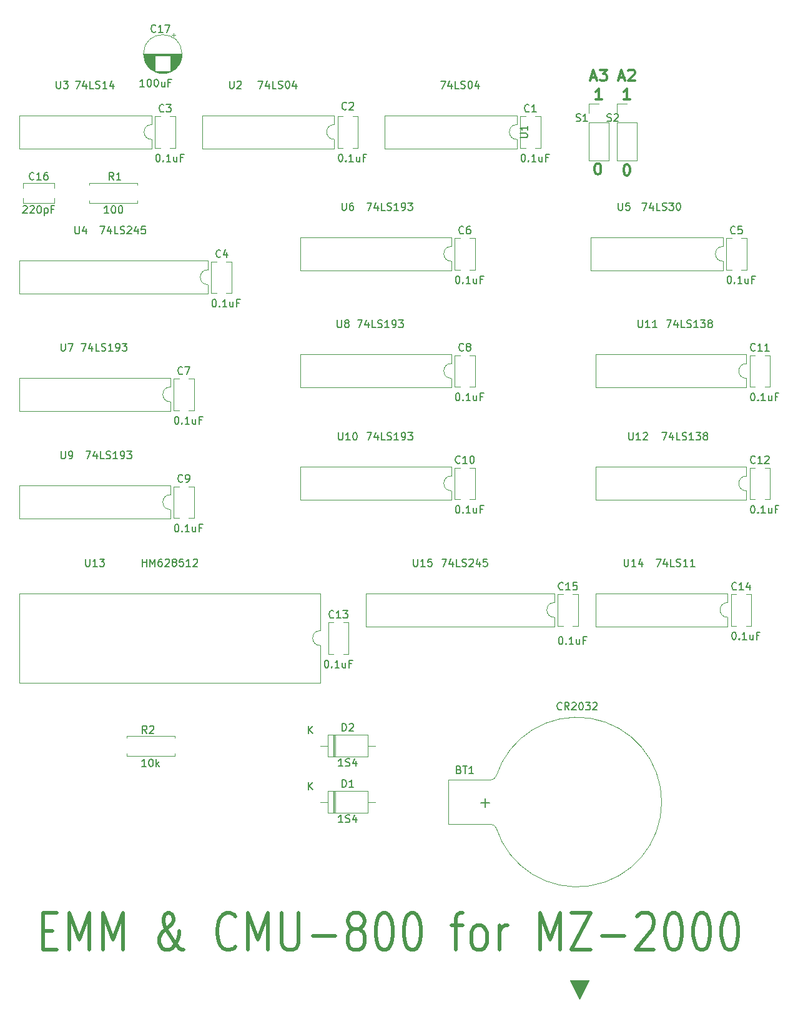
<source format=gto>
G04 #@! TF.GenerationSoftware,KiCad,Pcbnew,(5.1.9)-1*
G04 #@! TF.CreationDate,2025-12-07T21:20:57+09:00*
G04 #@! TF.ProjectId,MZ-2000_EMM_CMU,4d5a2d32-3030-4305-9f45-4d4d5f434d55,rev?*
G04 #@! TF.SameCoordinates,PX20a6660PYbcc1c70*
G04 #@! TF.FileFunction,Legend,Top*
G04 #@! TF.FilePolarity,Positive*
%FSLAX46Y46*%
G04 Gerber Fmt 4.6, Leading zero omitted, Abs format (unit mm)*
G04 Created by KiCad (PCBNEW (5.1.9)-1) date 2025-12-07 21:20:58*
%MOMM*%
%LPD*%
G01*
G04 APERTURE LIST*
%ADD10C,0.150000*%
%ADD11C,0.300000*%
%ADD12C,0.100000*%
%ADD13C,0.500000*%
%ADD14C,0.120000*%
G04 APERTURE END LIST*
D10*
X24724761Y27036620D02*
X24153333Y27036620D01*
X24439047Y27036620D02*
X24439047Y28036620D01*
X24343809Y27893762D01*
X24248571Y27798524D01*
X24153333Y27750905D01*
X25343809Y28036620D02*
X25439047Y28036620D01*
X25534285Y27989000D01*
X25581904Y27941381D01*
X25629523Y27846143D01*
X25677142Y27655667D01*
X25677142Y27417572D01*
X25629523Y27227096D01*
X25581904Y27131858D01*
X25534285Y27084239D01*
X25439047Y27036620D01*
X25343809Y27036620D01*
X25248571Y27084239D01*
X25200952Y27131858D01*
X25153333Y27227096D01*
X25105714Y27417572D01*
X25105714Y27655667D01*
X25153333Y27846143D01*
X25200952Y27941381D01*
X25248571Y27989000D01*
X25343809Y28036620D01*
X26105714Y27036620D02*
X26105714Y28036620D01*
X26200952Y27417572D02*
X26486666Y27036620D01*
X26486666Y27703286D02*
X26105714Y27322334D01*
X93877142Y55157620D02*
X94543809Y55157620D01*
X94115238Y54157620D01*
X95353333Y54824286D02*
X95353333Y54157620D01*
X95115238Y55205239D02*
X94877142Y54490953D01*
X95496190Y54490953D01*
X96353333Y54157620D02*
X95877142Y54157620D01*
X95877142Y55157620D01*
X96639047Y54205239D02*
X96781904Y54157620D01*
X97020000Y54157620D01*
X97115238Y54205239D01*
X97162857Y54252858D01*
X97210476Y54348096D01*
X97210476Y54443334D01*
X97162857Y54538572D01*
X97115238Y54586191D01*
X97020000Y54633810D01*
X96829523Y54681429D01*
X96734285Y54729048D01*
X96686666Y54776667D01*
X96639047Y54871905D01*
X96639047Y54967143D01*
X96686666Y55062381D01*
X96734285Y55110000D01*
X96829523Y55157620D01*
X97067619Y55157620D01*
X97210476Y55110000D01*
X98162857Y54157620D02*
X97591428Y54157620D01*
X97877142Y54157620D02*
X97877142Y55157620D01*
X97781904Y55014762D01*
X97686666Y54919524D01*
X97591428Y54871905D01*
X99115238Y54157620D02*
X98543809Y54157620D01*
X98829523Y54157620D02*
X98829523Y55157620D01*
X98734285Y55014762D01*
X98639047Y54919524D01*
X98543809Y54871905D01*
X64825952Y55157620D02*
X65492619Y55157620D01*
X65064047Y54157620D01*
X66302142Y54824286D02*
X66302142Y54157620D01*
X66064047Y55205239D02*
X65825952Y54490953D01*
X66445000Y54490953D01*
X67302142Y54157620D02*
X66825952Y54157620D01*
X66825952Y55157620D01*
X67587857Y54205239D02*
X67730714Y54157620D01*
X67968809Y54157620D01*
X68064047Y54205239D01*
X68111666Y54252858D01*
X68159285Y54348096D01*
X68159285Y54443334D01*
X68111666Y54538572D01*
X68064047Y54586191D01*
X67968809Y54633810D01*
X67778333Y54681429D01*
X67683095Y54729048D01*
X67635476Y54776667D01*
X67587857Y54871905D01*
X67587857Y54967143D01*
X67635476Y55062381D01*
X67683095Y55110000D01*
X67778333Y55157620D01*
X68016428Y55157620D01*
X68159285Y55110000D01*
X68540238Y55062381D02*
X68587857Y55110000D01*
X68683095Y55157620D01*
X68921190Y55157620D01*
X69016428Y55110000D01*
X69064047Y55062381D01*
X69111666Y54967143D01*
X69111666Y54871905D01*
X69064047Y54729048D01*
X68492619Y54157620D01*
X69111666Y54157620D01*
X69968809Y54824286D02*
X69968809Y54157620D01*
X69730714Y55205239D02*
X69492619Y54490953D01*
X70111666Y54490953D01*
X70968809Y55157620D02*
X70492619Y55157620D01*
X70445000Y54681429D01*
X70492619Y54729048D01*
X70587857Y54776667D01*
X70825952Y54776667D01*
X70921190Y54729048D01*
X70968809Y54681429D01*
X71016428Y54586191D01*
X71016428Y54348096D01*
X70968809Y54252858D01*
X70921190Y54205239D01*
X70825952Y54157620D01*
X70587857Y54157620D01*
X70492619Y54205239D01*
X70445000Y54252858D01*
X24225714Y54157620D02*
X24225714Y55157620D01*
X24225714Y54681429D02*
X24797142Y54681429D01*
X24797142Y54157620D02*
X24797142Y55157620D01*
X25273333Y54157620D02*
X25273333Y55157620D01*
X25606666Y54443334D01*
X25940000Y55157620D01*
X25940000Y54157620D01*
X26844761Y55157620D02*
X26654285Y55157620D01*
X26559047Y55110000D01*
X26511428Y55062381D01*
X26416190Y54919524D01*
X26368571Y54729048D01*
X26368571Y54348096D01*
X26416190Y54252858D01*
X26463809Y54205239D01*
X26559047Y54157620D01*
X26749523Y54157620D01*
X26844761Y54205239D01*
X26892380Y54252858D01*
X26940000Y54348096D01*
X26940000Y54586191D01*
X26892380Y54681429D01*
X26844761Y54729048D01*
X26749523Y54776667D01*
X26559047Y54776667D01*
X26463809Y54729048D01*
X26416190Y54681429D01*
X26368571Y54586191D01*
X27320952Y55062381D02*
X27368571Y55110000D01*
X27463809Y55157620D01*
X27701904Y55157620D01*
X27797142Y55110000D01*
X27844761Y55062381D01*
X27892380Y54967143D01*
X27892380Y54871905D01*
X27844761Y54729048D01*
X27273333Y54157620D01*
X27892380Y54157620D01*
X28463809Y54729048D02*
X28368571Y54776667D01*
X28320952Y54824286D01*
X28273333Y54919524D01*
X28273333Y54967143D01*
X28320952Y55062381D01*
X28368571Y55110000D01*
X28463809Y55157620D01*
X28654285Y55157620D01*
X28749523Y55110000D01*
X28797142Y55062381D01*
X28844761Y54967143D01*
X28844761Y54919524D01*
X28797142Y54824286D01*
X28749523Y54776667D01*
X28654285Y54729048D01*
X28463809Y54729048D01*
X28368571Y54681429D01*
X28320952Y54633810D01*
X28273333Y54538572D01*
X28273333Y54348096D01*
X28320952Y54252858D01*
X28368571Y54205239D01*
X28463809Y54157620D01*
X28654285Y54157620D01*
X28749523Y54205239D01*
X28797142Y54252858D01*
X28844761Y54348096D01*
X28844761Y54538572D01*
X28797142Y54633810D01*
X28749523Y54681429D01*
X28654285Y54729048D01*
X29749523Y55157620D02*
X29273333Y55157620D01*
X29225714Y54681429D01*
X29273333Y54729048D01*
X29368571Y54776667D01*
X29606666Y54776667D01*
X29701904Y54729048D01*
X29749523Y54681429D01*
X29797142Y54586191D01*
X29797142Y54348096D01*
X29749523Y54252858D01*
X29701904Y54205239D01*
X29606666Y54157620D01*
X29368571Y54157620D01*
X29273333Y54205239D01*
X29225714Y54252858D01*
X30749523Y54157620D02*
X30178095Y54157620D01*
X30463809Y54157620D02*
X30463809Y55157620D01*
X30368571Y55014762D01*
X30273333Y54919524D01*
X30178095Y54871905D01*
X31130476Y55062381D02*
X31178095Y55110000D01*
X31273333Y55157620D01*
X31511428Y55157620D01*
X31606666Y55110000D01*
X31654285Y55062381D01*
X31701904Y54967143D01*
X31701904Y54871905D01*
X31654285Y54729048D01*
X31082857Y54157620D01*
X31701904Y54157620D01*
X94670952Y72302620D02*
X95337619Y72302620D01*
X94909047Y71302620D01*
X96147142Y71969286D02*
X96147142Y71302620D01*
X95909047Y72350239D02*
X95670952Y71635953D01*
X96290000Y71635953D01*
X97147142Y71302620D02*
X96670952Y71302620D01*
X96670952Y72302620D01*
X97432857Y71350239D02*
X97575714Y71302620D01*
X97813809Y71302620D01*
X97909047Y71350239D01*
X97956666Y71397858D01*
X98004285Y71493096D01*
X98004285Y71588334D01*
X97956666Y71683572D01*
X97909047Y71731191D01*
X97813809Y71778810D01*
X97623333Y71826429D01*
X97528095Y71874048D01*
X97480476Y71921667D01*
X97432857Y72016905D01*
X97432857Y72112143D01*
X97480476Y72207381D01*
X97528095Y72255000D01*
X97623333Y72302620D01*
X97861428Y72302620D01*
X98004285Y72255000D01*
X98956666Y71302620D02*
X98385238Y71302620D01*
X98670952Y71302620D02*
X98670952Y72302620D01*
X98575714Y72159762D01*
X98480476Y72064524D01*
X98385238Y72016905D01*
X99290000Y72302620D02*
X99909047Y72302620D01*
X99575714Y71921667D01*
X99718571Y71921667D01*
X99813809Y71874048D01*
X99861428Y71826429D01*
X99909047Y71731191D01*
X99909047Y71493096D01*
X99861428Y71397858D01*
X99813809Y71350239D01*
X99718571Y71302620D01*
X99432857Y71302620D01*
X99337619Y71350239D01*
X99290000Y71397858D01*
X100480476Y71874048D02*
X100385238Y71921667D01*
X100337619Y71969286D01*
X100290000Y72064524D01*
X100290000Y72112143D01*
X100337619Y72207381D01*
X100385238Y72255000D01*
X100480476Y72302620D01*
X100670952Y72302620D01*
X100766190Y72255000D01*
X100813809Y72207381D01*
X100861428Y72112143D01*
X100861428Y72064524D01*
X100813809Y71969286D01*
X100766190Y71921667D01*
X100670952Y71874048D01*
X100480476Y71874048D01*
X100385238Y71826429D01*
X100337619Y71778810D01*
X100290000Y71683572D01*
X100290000Y71493096D01*
X100337619Y71397858D01*
X100385238Y71350239D01*
X100480476Y71302620D01*
X100670952Y71302620D01*
X100766190Y71350239D01*
X100813809Y71397858D01*
X100861428Y71493096D01*
X100861428Y71683572D01*
X100813809Y71778810D01*
X100766190Y71826429D01*
X100670952Y71874048D01*
X54665952Y72302620D02*
X55332619Y72302620D01*
X54904047Y71302620D01*
X56142142Y71969286D02*
X56142142Y71302620D01*
X55904047Y72350239D02*
X55665952Y71635953D01*
X56285000Y71635953D01*
X57142142Y71302620D02*
X56665952Y71302620D01*
X56665952Y72302620D01*
X57427857Y71350239D02*
X57570714Y71302620D01*
X57808809Y71302620D01*
X57904047Y71350239D01*
X57951666Y71397858D01*
X57999285Y71493096D01*
X57999285Y71588334D01*
X57951666Y71683572D01*
X57904047Y71731191D01*
X57808809Y71778810D01*
X57618333Y71826429D01*
X57523095Y71874048D01*
X57475476Y71921667D01*
X57427857Y72016905D01*
X57427857Y72112143D01*
X57475476Y72207381D01*
X57523095Y72255000D01*
X57618333Y72302620D01*
X57856428Y72302620D01*
X57999285Y72255000D01*
X58951666Y71302620D02*
X58380238Y71302620D01*
X58665952Y71302620D02*
X58665952Y72302620D01*
X58570714Y72159762D01*
X58475476Y72064524D01*
X58380238Y72016905D01*
X59427857Y71302620D02*
X59618333Y71302620D01*
X59713571Y71350239D01*
X59761190Y71397858D01*
X59856428Y71540715D01*
X59904047Y71731191D01*
X59904047Y72112143D01*
X59856428Y72207381D01*
X59808809Y72255000D01*
X59713571Y72302620D01*
X59523095Y72302620D01*
X59427857Y72255000D01*
X59380238Y72207381D01*
X59332619Y72112143D01*
X59332619Y71874048D01*
X59380238Y71778810D01*
X59427857Y71731191D01*
X59523095Y71683572D01*
X59713571Y71683572D01*
X59808809Y71731191D01*
X59856428Y71778810D01*
X59904047Y71874048D01*
X60237380Y72302620D02*
X60856428Y72302620D01*
X60523095Y71921667D01*
X60665952Y71921667D01*
X60761190Y71874048D01*
X60808809Y71826429D01*
X60856428Y71731191D01*
X60856428Y71493096D01*
X60808809Y71397858D01*
X60761190Y71350239D01*
X60665952Y71302620D01*
X60380238Y71302620D01*
X60285000Y71350239D01*
X60237380Y71397858D01*
X16565952Y69762620D02*
X17232619Y69762620D01*
X16804047Y68762620D01*
X18042142Y69429286D02*
X18042142Y68762620D01*
X17804047Y69810239D02*
X17565952Y69095953D01*
X18185000Y69095953D01*
X19042142Y68762620D02*
X18565952Y68762620D01*
X18565952Y69762620D01*
X19327857Y68810239D02*
X19470714Y68762620D01*
X19708809Y68762620D01*
X19804047Y68810239D01*
X19851666Y68857858D01*
X19899285Y68953096D01*
X19899285Y69048334D01*
X19851666Y69143572D01*
X19804047Y69191191D01*
X19708809Y69238810D01*
X19518333Y69286429D01*
X19423095Y69334048D01*
X19375476Y69381667D01*
X19327857Y69476905D01*
X19327857Y69572143D01*
X19375476Y69667381D01*
X19423095Y69715000D01*
X19518333Y69762620D01*
X19756428Y69762620D01*
X19899285Y69715000D01*
X20851666Y68762620D02*
X20280238Y68762620D01*
X20565952Y68762620D02*
X20565952Y69762620D01*
X20470714Y69619762D01*
X20375476Y69524524D01*
X20280238Y69476905D01*
X21327857Y68762620D02*
X21518333Y68762620D01*
X21613571Y68810239D01*
X21661190Y68857858D01*
X21756428Y69000715D01*
X21804047Y69191191D01*
X21804047Y69572143D01*
X21756428Y69667381D01*
X21708809Y69715000D01*
X21613571Y69762620D01*
X21423095Y69762620D01*
X21327857Y69715000D01*
X21280238Y69667381D01*
X21232619Y69572143D01*
X21232619Y69334048D01*
X21280238Y69238810D01*
X21327857Y69191191D01*
X21423095Y69143572D01*
X21613571Y69143572D01*
X21708809Y69191191D01*
X21756428Y69238810D01*
X21804047Y69334048D01*
X22137380Y69762620D02*
X22756428Y69762620D01*
X22423095Y69381667D01*
X22565952Y69381667D01*
X22661190Y69334048D01*
X22708809Y69286429D01*
X22756428Y69191191D01*
X22756428Y68953096D01*
X22708809Y68857858D01*
X22661190Y68810239D01*
X22565952Y68762620D01*
X22280238Y68762620D01*
X22185000Y68810239D01*
X22137380Y68857858D01*
X15930952Y84367620D02*
X16597619Y84367620D01*
X16169047Y83367620D01*
X17407142Y84034286D02*
X17407142Y83367620D01*
X17169047Y84415239D02*
X16930952Y83700953D01*
X17550000Y83700953D01*
X18407142Y83367620D02*
X17930952Y83367620D01*
X17930952Y84367620D01*
X18692857Y83415239D02*
X18835714Y83367620D01*
X19073809Y83367620D01*
X19169047Y83415239D01*
X19216666Y83462858D01*
X19264285Y83558096D01*
X19264285Y83653334D01*
X19216666Y83748572D01*
X19169047Y83796191D01*
X19073809Y83843810D01*
X18883333Y83891429D01*
X18788095Y83939048D01*
X18740476Y83986667D01*
X18692857Y84081905D01*
X18692857Y84177143D01*
X18740476Y84272381D01*
X18788095Y84320000D01*
X18883333Y84367620D01*
X19121428Y84367620D01*
X19264285Y84320000D01*
X20216666Y83367620D02*
X19645238Y83367620D01*
X19930952Y83367620D02*
X19930952Y84367620D01*
X19835714Y84224762D01*
X19740476Y84129524D01*
X19645238Y84081905D01*
X20692857Y83367620D02*
X20883333Y83367620D01*
X20978571Y83415239D01*
X21026190Y83462858D01*
X21121428Y83605715D01*
X21169047Y83796191D01*
X21169047Y84177143D01*
X21121428Y84272381D01*
X21073809Y84320000D01*
X20978571Y84367620D01*
X20788095Y84367620D01*
X20692857Y84320000D01*
X20645238Y84272381D01*
X20597619Y84177143D01*
X20597619Y83939048D01*
X20645238Y83843810D01*
X20692857Y83796191D01*
X20788095Y83748572D01*
X20978571Y83748572D01*
X21073809Y83796191D01*
X21121428Y83843810D01*
X21169047Y83939048D01*
X21502380Y84367620D02*
X22121428Y84367620D01*
X21788095Y83986667D01*
X21930952Y83986667D01*
X22026190Y83939048D01*
X22073809Y83891429D01*
X22121428Y83796191D01*
X22121428Y83558096D01*
X22073809Y83462858D01*
X22026190Y83415239D01*
X21930952Y83367620D01*
X21645238Y83367620D01*
X21550000Y83415239D01*
X21502380Y83462858D01*
X53395952Y87542620D02*
X54062619Y87542620D01*
X53634047Y86542620D01*
X54872142Y87209286D02*
X54872142Y86542620D01*
X54634047Y87590239D02*
X54395952Y86875953D01*
X55015000Y86875953D01*
X55872142Y86542620D02*
X55395952Y86542620D01*
X55395952Y87542620D01*
X56157857Y86590239D02*
X56300714Y86542620D01*
X56538809Y86542620D01*
X56634047Y86590239D01*
X56681666Y86637858D01*
X56729285Y86733096D01*
X56729285Y86828334D01*
X56681666Y86923572D01*
X56634047Y86971191D01*
X56538809Y87018810D01*
X56348333Y87066429D01*
X56253095Y87114048D01*
X56205476Y87161667D01*
X56157857Y87256905D01*
X56157857Y87352143D01*
X56205476Y87447381D01*
X56253095Y87495000D01*
X56348333Y87542620D01*
X56586428Y87542620D01*
X56729285Y87495000D01*
X57681666Y86542620D02*
X57110238Y86542620D01*
X57395952Y86542620D02*
X57395952Y87542620D01*
X57300714Y87399762D01*
X57205476Y87304524D01*
X57110238Y87256905D01*
X58157857Y86542620D02*
X58348333Y86542620D01*
X58443571Y86590239D01*
X58491190Y86637858D01*
X58586428Y86780715D01*
X58634047Y86971191D01*
X58634047Y87352143D01*
X58586428Y87447381D01*
X58538809Y87495000D01*
X58443571Y87542620D01*
X58253095Y87542620D01*
X58157857Y87495000D01*
X58110238Y87447381D01*
X58062619Y87352143D01*
X58062619Y87114048D01*
X58110238Y87018810D01*
X58157857Y86971191D01*
X58253095Y86923572D01*
X58443571Y86923572D01*
X58538809Y86971191D01*
X58586428Y87018810D01*
X58634047Y87114048D01*
X58967380Y87542620D02*
X59586428Y87542620D01*
X59253095Y87161667D01*
X59395952Y87161667D01*
X59491190Y87114048D01*
X59538809Y87066429D01*
X59586428Y86971191D01*
X59586428Y86733096D01*
X59538809Y86637858D01*
X59491190Y86590239D01*
X59395952Y86542620D01*
X59110238Y86542620D01*
X59015000Y86590239D01*
X58967380Y86637858D01*
X95305952Y87542620D02*
X95972619Y87542620D01*
X95544047Y86542620D01*
X96782142Y87209286D02*
X96782142Y86542620D01*
X96544047Y87590239D02*
X96305952Y86875953D01*
X96925000Y86875953D01*
X97782142Y86542620D02*
X97305952Y86542620D01*
X97305952Y87542620D01*
X98067857Y86590239D02*
X98210714Y86542620D01*
X98448809Y86542620D01*
X98544047Y86590239D01*
X98591666Y86637858D01*
X98639285Y86733096D01*
X98639285Y86828334D01*
X98591666Y86923572D01*
X98544047Y86971191D01*
X98448809Y87018810D01*
X98258333Y87066429D01*
X98163095Y87114048D01*
X98115476Y87161667D01*
X98067857Y87256905D01*
X98067857Y87352143D01*
X98115476Y87447381D01*
X98163095Y87495000D01*
X98258333Y87542620D01*
X98496428Y87542620D01*
X98639285Y87495000D01*
X99591666Y86542620D02*
X99020238Y86542620D01*
X99305952Y86542620D02*
X99305952Y87542620D01*
X99210714Y87399762D01*
X99115476Y87304524D01*
X99020238Y87256905D01*
X99925000Y87542620D02*
X100544047Y87542620D01*
X100210714Y87161667D01*
X100353571Y87161667D01*
X100448809Y87114048D01*
X100496428Y87066429D01*
X100544047Y86971191D01*
X100544047Y86733096D01*
X100496428Y86637858D01*
X100448809Y86590239D01*
X100353571Y86542620D01*
X100067857Y86542620D01*
X99972619Y86590239D01*
X99925000Y86637858D01*
X101115476Y87114048D02*
X101020238Y87161667D01*
X100972619Y87209286D01*
X100925000Y87304524D01*
X100925000Y87352143D01*
X100972619Y87447381D01*
X101020238Y87495000D01*
X101115476Y87542620D01*
X101305952Y87542620D01*
X101401190Y87495000D01*
X101448809Y87447381D01*
X101496428Y87352143D01*
X101496428Y87304524D01*
X101448809Y87209286D01*
X101401190Y87161667D01*
X101305952Y87114048D01*
X101115476Y87114048D01*
X101020238Y87066429D01*
X100972619Y87018810D01*
X100925000Y86923572D01*
X100925000Y86733096D01*
X100972619Y86637858D01*
X101020238Y86590239D01*
X101115476Y86542620D01*
X101305952Y86542620D01*
X101401190Y86590239D01*
X101448809Y86637858D01*
X101496428Y86733096D01*
X101496428Y86923572D01*
X101448809Y87018810D01*
X101401190Y87066429D01*
X101305952Y87114048D01*
X91972142Y103417620D02*
X92638809Y103417620D01*
X92210238Y102417620D01*
X93448333Y103084286D02*
X93448333Y102417620D01*
X93210238Y103465239D02*
X92972142Y102750953D01*
X93591190Y102750953D01*
X94448333Y102417620D02*
X93972142Y102417620D01*
X93972142Y103417620D01*
X94734047Y102465239D02*
X94876904Y102417620D01*
X95115000Y102417620D01*
X95210238Y102465239D01*
X95257857Y102512858D01*
X95305476Y102608096D01*
X95305476Y102703334D01*
X95257857Y102798572D01*
X95210238Y102846191D01*
X95115000Y102893810D01*
X94924523Y102941429D01*
X94829285Y102989048D01*
X94781666Y103036667D01*
X94734047Y103131905D01*
X94734047Y103227143D01*
X94781666Y103322381D01*
X94829285Y103370000D01*
X94924523Y103417620D01*
X95162619Y103417620D01*
X95305476Y103370000D01*
X95638809Y103417620D02*
X96257857Y103417620D01*
X95924523Y103036667D01*
X96067380Y103036667D01*
X96162619Y102989048D01*
X96210238Y102941429D01*
X96257857Y102846191D01*
X96257857Y102608096D01*
X96210238Y102512858D01*
X96162619Y102465239D01*
X96067380Y102417620D01*
X95781666Y102417620D01*
X95686428Y102465239D01*
X95638809Y102512858D01*
X96876904Y103417620D02*
X96972142Y103417620D01*
X97067380Y103370000D01*
X97115000Y103322381D01*
X97162619Y103227143D01*
X97210238Y103036667D01*
X97210238Y102798572D01*
X97162619Y102608096D01*
X97115000Y102512858D01*
X97067380Y102465239D01*
X96972142Y102417620D01*
X96876904Y102417620D01*
X96781666Y102465239D01*
X96734047Y102512858D01*
X96686428Y102608096D01*
X96638809Y102798572D01*
X96638809Y103036667D01*
X96686428Y103227143D01*
X96734047Y103322381D01*
X96781666Y103370000D01*
X96876904Y103417620D01*
X54665952Y103417620D02*
X55332619Y103417620D01*
X54904047Y102417620D01*
X56142142Y103084286D02*
X56142142Y102417620D01*
X55904047Y103465239D02*
X55665952Y102750953D01*
X56285000Y102750953D01*
X57142142Y102417620D02*
X56665952Y102417620D01*
X56665952Y103417620D01*
X57427857Y102465239D02*
X57570714Y102417620D01*
X57808809Y102417620D01*
X57904047Y102465239D01*
X57951666Y102512858D01*
X57999285Y102608096D01*
X57999285Y102703334D01*
X57951666Y102798572D01*
X57904047Y102846191D01*
X57808809Y102893810D01*
X57618333Y102941429D01*
X57523095Y102989048D01*
X57475476Y103036667D01*
X57427857Y103131905D01*
X57427857Y103227143D01*
X57475476Y103322381D01*
X57523095Y103370000D01*
X57618333Y103417620D01*
X57856428Y103417620D01*
X57999285Y103370000D01*
X58951666Y102417620D02*
X58380238Y102417620D01*
X58665952Y102417620D02*
X58665952Y103417620D01*
X58570714Y103274762D01*
X58475476Y103179524D01*
X58380238Y103131905D01*
X59427857Y102417620D02*
X59618333Y102417620D01*
X59713571Y102465239D01*
X59761190Y102512858D01*
X59856428Y102655715D01*
X59904047Y102846191D01*
X59904047Y103227143D01*
X59856428Y103322381D01*
X59808809Y103370000D01*
X59713571Y103417620D01*
X59523095Y103417620D01*
X59427857Y103370000D01*
X59380238Y103322381D01*
X59332619Y103227143D01*
X59332619Y102989048D01*
X59380238Y102893810D01*
X59427857Y102846191D01*
X59523095Y102798572D01*
X59713571Y102798572D01*
X59808809Y102846191D01*
X59856428Y102893810D01*
X59904047Y102989048D01*
X60237380Y103417620D02*
X60856428Y103417620D01*
X60523095Y103036667D01*
X60665952Y103036667D01*
X60761190Y102989048D01*
X60808809Y102941429D01*
X60856428Y102846191D01*
X60856428Y102608096D01*
X60808809Y102512858D01*
X60761190Y102465239D01*
X60665952Y102417620D01*
X60380238Y102417620D01*
X60285000Y102465239D01*
X60237380Y102512858D01*
X18470952Y100242620D02*
X19137619Y100242620D01*
X18709047Y99242620D01*
X19947142Y99909286D02*
X19947142Y99242620D01*
X19709047Y100290239D02*
X19470952Y99575953D01*
X20090000Y99575953D01*
X20947142Y99242620D02*
X20470952Y99242620D01*
X20470952Y100242620D01*
X21232857Y99290239D02*
X21375714Y99242620D01*
X21613809Y99242620D01*
X21709047Y99290239D01*
X21756666Y99337858D01*
X21804285Y99433096D01*
X21804285Y99528334D01*
X21756666Y99623572D01*
X21709047Y99671191D01*
X21613809Y99718810D01*
X21423333Y99766429D01*
X21328095Y99814048D01*
X21280476Y99861667D01*
X21232857Y99956905D01*
X21232857Y100052143D01*
X21280476Y100147381D01*
X21328095Y100195000D01*
X21423333Y100242620D01*
X21661428Y100242620D01*
X21804285Y100195000D01*
X22185238Y100147381D02*
X22232857Y100195000D01*
X22328095Y100242620D01*
X22566190Y100242620D01*
X22661428Y100195000D01*
X22709047Y100147381D01*
X22756666Y100052143D01*
X22756666Y99956905D01*
X22709047Y99814048D01*
X22137619Y99242620D01*
X22756666Y99242620D01*
X23613809Y99909286D02*
X23613809Y99242620D01*
X23375714Y100290239D02*
X23137619Y99575953D01*
X23756666Y99575953D01*
X24613809Y100242620D02*
X24137619Y100242620D01*
X24090000Y99766429D01*
X24137619Y99814048D01*
X24232857Y99861667D01*
X24470952Y99861667D01*
X24566190Y99814048D01*
X24613809Y99766429D01*
X24661428Y99671191D01*
X24661428Y99433096D01*
X24613809Y99337858D01*
X24566190Y99290239D01*
X24470952Y99242620D01*
X24232857Y99242620D01*
X24137619Y99290239D01*
X24090000Y99337858D01*
X64667142Y119927620D02*
X65333809Y119927620D01*
X64905238Y118927620D01*
X66143333Y119594286D02*
X66143333Y118927620D01*
X65905238Y119975239D02*
X65667142Y119260953D01*
X66286190Y119260953D01*
X67143333Y118927620D02*
X66667142Y118927620D01*
X66667142Y119927620D01*
X67429047Y118975239D02*
X67571904Y118927620D01*
X67810000Y118927620D01*
X67905238Y118975239D01*
X67952857Y119022858D01*
X68000476Y119118096D01*
X68000476Y119213334D01*
X67952857Y119308572D01*
X67905238Y119356191D01*
X67810000Y119403810D01*
X67619523Y119451429D01*
X67524285Y119499048D01*
X67476666Y119546667D01*
X67429047Y119641905D01*
X67429047Y119737143D01*
X67476666Y119832381D01*
X67524285Y119880000D01*
X67619523Y119927620D01*
X67857619Y119927620D01*
X68000476Y119880000D01*
X68619523Y119927620D02*
X68714761Y119927620D01*
X68810000Y119880000D01*
X68857619Y119832381D01*
X68905238Y119737143D01*
X68952857Y119546667D01*
X68952857Y119308572D01*
X68905238Y119118096D01*
X68857619Y119022858D01*
X68810000Y118975239D01*
X68714761Y118927620D01*
X68619523Y118927620D01*
X68524285Y118975239D01*
X68476666Y119022858D01*
X68429047Y119118096D01*
X68381428Y119308572D01*
X68381428Y119546667D01*
X68429047Y119737143D01*
X68476666Y119832381D01*
X68524285Y119880000D01*
X68619523Y119927620D01*
X69810000Y119594286D02*
X69810000Y118927620D01*
X69571904Y119975239D02*
X69333809Y119260953D01*
X69952857Y119260953D01*
X39902142Y119927620D02*
X40568809Y119927620D01*
X40140238Y118927620D01*
X41378333Y119594286D02*
X41378333Y118927620D01*
X41140238Y119975239D02*
X40902142Y119260953D01*
X41521190Y119260953D01*
X42378333Y118927620D02*
X41902142Y118927620D01*
X41902142Y119927620D01*
X42664047Y118975239D02*
X42806904Y118927620D01*
X43045000Y118927620D01*
X43140238Y118975239D01*
X43187857Y119022858D01*
X43235476Y119118096D01*
X43235476Y119213334D01*
X43187857Y119308572D01*
X43140238Y119356191D01*
X43045000Y119403810D01*
X42854523Y119451429D01*
X42759285Y119499048D01*
X42711666Y119546667D01*
X42664047Y119641905D01*
X42664047Y119737143D01*
X42711666Y119832381D01*
X42759285Y119880000D01*
X42854523Y119927620D01*
X43092619Y119927620D01*
X43235476Y119880000D01*
X43854523Y119927620D02*
X43949761Y119927620D01*
X44045000Y119880000D01*
X44092619Y119832381D01*
X44140238Y119737143D01*
X44187857Y119546667D01*
X44187857Y119308572D01*
X44140238Y119118096D01*
X44092619Y119022858D01*
X44045000Y118975239D01*
X43949761Y118927620D01*
X43854523Y118927620D01*
X43759285Y118975239D01*
X43711666Y119022858D01*
X43664047Y119118096D01*
X43616428Y119308572D01*
X43616428Y119546667D01*
X43664047Y119737143D01*
X43711666Y119832381D01*
X43759285Y119880000D01*
X43854523Y119927620D01*
X45045000Y119594286D02*
X45045000Y118927620D01*
X44806904Y119975239D02*
X44568809Y119260953D01*
X45187857Y119260953D01*
X15137142Y119927620D02*
X15803809Y119927620D01*
X15375238Y118927620D01*
X16613333Y119594286D02*
X16613333Y118927620D01*
X16375238Y119975239D02*
X16137142Y119260953D01*
X16756190Y119260953D01*
X17613333Y118927620D02*
X17137142Y118927620D01*
X17137142Y119927620D01*
X17899047Y118975239D02*
X18041904Y118927620D01*
X18280000Y118927620D01*
X18375238Y118975239D01*
X18422857Y119022858D01*
X18470476Y119118096D01*
X18470476Y119213334D01*
X18422857Y119308572D01*
X18375238Y119356191D01*
X18280000Y119403810D01*
X18089523Y119451429D01*
X17994285Y119499048D01*
X17946666Y119546667D01*
X17899047Y119641905D01*
X17899047Y119737143D01*
X17946666Y119832381D01*
X17994285Y119880000D01*
X18089523Y119927620D01*
X18327619Y119927620D01*
X18470476Y119880000D01*
X19422857Y118927620D02*
X18851428Y118927620D01*
X19137142Y118927620D02*
X19137142Y119927620D01*
X19041904Y119784762D01*
X18946666Y119689524D01*
X18851428Y119641905D01*
X20280000Y119594286D02*
X20280000Y118927620D01*
X20041904Y119975239D02*
X19803809Y119260953D01*
X20422857Y119260953D01*
D11*
X88844571Y120400000D02*
X89558857Y120400000D01*
X88701714Y119971429D02*
X89201714Y121471429D01*
X89701714Y119971429D01*
X90130285Y121328572D02*
X90201714Y121400000D01*
X90344571Y121471429D01*
X90701714Y121471429D01*
X90844571Y121400000D01*
X90916000Y121328572D01*
X90987428Y121185715D01*
X90987428Y121042858D01*
X90916000Y120828572D01*
X90058857Y119971429D01*
X90987428Y119971429D01*
X85034571Y120400000D02*
X85748857Y120400000D01*
X84891714Y119971429D02*
X85391714Y121471429D01*
X85891714Y119971429D01*
X86248857Y121471429D02*
X87177428Y121471429D01*
X86677428Y120900000D01*
X86891714Y120900000D01*
X87034571Y120828572D01*
X87106000Y120757143D01*
X87177428Y120614286D01*
X87177428Y120257143D01*
X87106000Y120114286D01*
X87034571Y120042858D01*
X86891714Y119971429D01*
X86463142Y119971429D01*
X86320285Y120042858D01*
X86248857Y120114286D01*
X90344571Y117431429D02*
X89487428Y117431429D01*
X89916000Y117431429D02*
X89916000Y118931429D01*
X89773142Y118717143D01*
X89630285Y118574286D01*
X89487428Y118502858D01*
X86534571Y117431429D02*
X85677428Y117431429D01*
X86106000Y117431429D02*
X86106000Y118931429D01*
X85963142Y118717143D01*
X85820285Y118574286D01*
X85677428Y118502858D01*
X89844571Y108644429D02*
X89987428Y108644429D01*
X90130285Y108573000D01*
X90201714Y108501572D01*
X90273142Y108358715D01*
X90344571Y108073000D01*
X90344571Y107715858D01*
X90273142Y107430143D01*
X90201714Y107287286D01*
X90130285Y107215858D01*
X89987428Y107144429D01*
X89844571Y107144429D01*
X89701714Y107215858D01*
X89630285Y107287286D01*
X89558857Y107430143D01*
X89487428Y107715858D01*
X89487428Y108073000D01*
X89558857Y108358715D01*
X89630285Y108501572D01*
X89701714Y108573000D01*
X89844571Y108644429D01*
X85907571Y108771429D02*
X86050428Y108771429D01*
X86193285Y108700000D01*
X86264714Y108628572D01*
X86336142Y108485715D01*
X86407571Y108200000D01*
X86407571Y107842858D01*
X86336142Y107557143D01*
X86264714Y107414286D01*
X86193285Y107342858D01*
X86050428Y107271429D01*
X85907571Y107271429D01*
X85764714Y107342858D01*
X85693285Y107414286D01*
X85621857Y107557143D01*
X85550428Y107842858D01*
X85550428Y108200000D01*
X85621857Y108485715D01*
X85693285Y108628572D01*
X85764714Y108700000D01*
X85907571Y108771429D01*
D10*
X8040952Y102941381D02*
X8088571Y102989000D01*
X8183809Y103036620D01*
X8421904Y103036620D01*
X8517142Y102989000D01*
X8564761Y102941381D01*
X8612380Y102846143D01*
X8612380Y102750905D01*
X8564761Y102608048D01*
X7993333Y102036620D01*
X8612380Y102036620D01*
X8993333Y102941381D02*
X9040952Y102989000D01*
X9136190Y103036620D01*
X9374285Y103036620D01*
X9469523Y102989000D01*
X9517142Y102941381D01*
X9564761Y102846143D01*
X9564761Y102750905D01*
X9517142Y102608048D01*
X8945714Y102036620D01*
X9564761Y102036620D01*
X10183809Y103036620D02*
X10279047Y103036620D01*
X10374285Y102989000D01*
X10421904Y102941381D01*
X10469523Y102846143D01*
X10517142Y102655667D01*
X10517142Y102417572D01*
X10469523Y102227096D01*
X10421904Y102131858D01*
X10374285Y102084239D01*
X10279047Y102036620D01*
X10183809Y102036620D01*
X10088571Y102084239D01*
X10040952Y102131858D01*
X9993333Y102227096D01*
X9945714Y102417572D01*
X9945714Y102655667D01*
X9993333Y102846143D01*
X10040952Y102941381D01*
X10088571Y102989000D01*
X10183809Y103036620D01*
X10945714Y102703286D02*
X10945714Y101703286D01*
X10945714Y102655667D02*
X11040952Y102703286D01*
X11231428Y102703286D01*
X11326666Y102655667D01*
X11374285Y102608048D01*
X11421904Y102512810D01*
X11421904Y102227096D01*
X11374285Y102131858D01*
X11326666Y102084239D01*
X11231428Y102036620D01*
X11040952Y102036620D01*
X10945714Y102084239D01*
X12183809Y102560429D02*
X11850476Y102560429D01*
X11850476Y102036620D02*
X11850476Y103036620D01*
X12326666Y103036620D01*
X19653333Y102036620D02*
X19081904Y102036620D01*
X19367619Y102036620D02*
X19367619Y103036620D01*
X19272380Y102893762D01*
X19177142Y102798524D01*
X19081904Y102750905D01*
X20272380Y103036620D02*
X20367619Y103036620D01*
X20462857Y102989000D01*
X20510476Y102941381D01*
X20558095Y102846143D01*
X20605714Y102655667D01*
X20605714Y102417572D01*
X20558095Y102227096D01*
X20510476Y102131858D01*
X20462857Y102084239D01*
X20367619Y102036620D01*
X20272380Y102036620D01*
X20177142Y102084239D01*
X20129523Y102131858D01*
X20081904Y102227096D01*
X20034285Y102417572D01*
X20034285Y102655667D01*
X20081904Y102846143D01*
X20129523Y102941381D01*
X20177142Y102989000D01*
X20272380Y103036620D01*
X21224761Y103036620D02*
X21320000Y103036620D01*
X21415238Y102989000D01*
X21462857Y102941381D01*
X21510476Y102846143D01*
X21558095Y102655667D01*
X21558095Y102417572D01*
X21510476Y102227096D01*
X21462857Y102131858D01*
X21415238Y102084239D01*
X21320000Y102036620D01*
X21224761Y102036620D01*
X21129523Y102084239D01*
X21081904Y102131858D01*
X21034285Y102227096D01*
X20986666Y102417572D01*
X20986666Y102655667D01*
X21034285Y102846143D01*
X21081904Y102941381D01*
X21129523Y102989000D01*
X21224761Y103036620D01*
X51403333Y27106620D02*
X50831904Y27106620D01*
X51117619Y27106620D02*
X51117619Y28106620D01*
X51022380Y27963762D01*
X50927142Y27868524D01*
X50831904Y27820905D01*
X51784285Y27154239D02*
X51927142Y27106620D01*
X52165238Y27106620D01*
X52260476Y27154239D01*
X52308095Y27201858D01*
X52355714Y27297096D01*
X52355714Y27392334D01*
X52308095Y27487572D01*
X52260476Y27535191D01*
X52165238Y27582810D01*
X51974761Y27630429D01*
X51879523Y27678048D01*
X51831904Y27725667D01*
X51784285Y27820905D01*
X51784285Y27916143D01*
X51831904Y28011381D01*
X51879523Y28059000D01*
X51974761Y28106620D01*
X52212857Y28106620D01*
X52355714Y28059000D01*
X53212857Y27773286D02*
X53212857Y27106620D01*
X52974761Y28154239D02*
X52736666Y27439953D01*
X53355714Y27439953D01*
X51403333Y19486620D02*
X50831904Y19486620D01*
X51117619Y19486620D02*
X51117619Y20486620D01*
X51022380Y20343762D01*
X50927142Y20248524D01*
X50831904Y20200905D01*
X51784285Y19534239D02*
X51927142Y19486620D01*
X52165238Y19486620D01*
X52260476Y19534239D01*
X52308095Y19581858D01*
X52355714Y19677096D01*
X52355714Y19772334D01*
X52308095Y19867572D01*
X52260476Y19915191D01*
X52165238Y19962810D01*
X51974761Y20010429D01*
X51879523Y20058048D01*
X51831904Y20105667D01*
X51784285Y20200905D01*
X51784285Y20296143D01*
X51831904Y20391381D01*
X51879523Y20439000D01*
X51974761Y20486620D01*
X52212857Y20486620D01*
X52355714Y20439000D01*
X53212857Y20153286D02*
X53212857Y19486620D01*
X52974761Y20534239D02*
X52736666Y19819953D01*
X53355714Y19819953D01*
X81089761Y34821858D02*
X81042142Y34774239D01*
X80899285Y34726620D01*
X80804047Y34726620D01*
X80661190Y34774239D01*
X80565952Y34869477D01*
X80518333Y34964715D01*
X80470714Y35155191D01*
X80470714Y35298048D01*
X80518333Y35488524D01*
X80565952Y35583762D01*
X80661190Y35679000D01*
X80804047Y35726620D01*
X80899285Y35726620D01*
X81042142Y35679000D01*
X81089761Y35631381D01*
X82089761Y34726620D02*
X81756428Y35202810D01*
X81518333Y34726620D02*
X81518333Y35726620D01*
X81899285Y35726620D01*
X81994523Y35679000D01*
X82042142Y35631381D01*
X82089761Y35536143D01*
X82089761Y35393286D01*
X82042142Y35298048D01*
X81994523Y35250429D01*
X81899285Y35202810D01*
X81518333Y35202810D01*
X82470714Y35631381D02*
X82518333Y35679000D01*
X82613571Y35726620D01*
X82851666Y35726620D01*
X82946904Y35679000D01*
X82994523Y35631381D01*
X83042142Y35536143D01*
X83042142Y35440905D01*
X82994523Y35298048D01*
X82423095Y34726620D01*
X83042142Y34726620D01*
X83661190Y35726620D02*
X83756428Y35726620D01*
X83851666Y35679000D01*
X83899285Y35631381D01*
X83946904Y35536143D01*
X83994523Y35345667D01*
X83994523Y35107572D01*
X83946904Y34917096D01*
X83899285Y34821858D01*
X83851666Y34774239D01*
X83756428Y34726620D01*
X83661190Y34726620D01*
X83565952Y34774239D01*
X83518333Y34821858D01*
X83470714Y34917096D01*
X83423095Y35107572D01*
X83423095Y35345667D01*
X83470714Y35536143D01*
X83518333Y35631381D01*
X83565952Y35679000D01*
X83661190Y35726620D01*
X84327857Y35726620D02*
X84946904Y35726620D01*
X84613571Y35345667D01*
X84756428Y35345667D01*
X84851666Y35298048D01*
X84899285Y35250429D01*
X84946904Y35155191D01*
X84946904Y34917096D01*
X84899285Y34821858D01*
X84851666Y34774239D01*
X84756428Y34726620D01*
X84470714Y34726620D01*
X84375476Y34774239D01*
X84327857Y34821858D01*
X85327857Y35631381D02*
X85375476Y35679000D01*
X85470714Y35726620D01*
X85708809Y35726620D01*
X85804047Y35679000D01*
X85851666Y35631381D01*
X85899285Y35536143D01*
X85899285Y35440905D01*
X85851666Y35298048D01*
X85280238Y34726620D01*
X85899285Y34726620D01*
X49157142Y41441620D02*
X49252380Y41441620D01*
X49347619Y41394000D01*
X49395238Y41346381D01*
X49442857Y41251143D01*
X49490476Y41060667D01*
X49490476Y40822572D01*
X49442857Y40632096D01*
X49395238Y40536858D01*
X49347619Y40489239D01*
X49252380Y40441620D01*
X49157142Y40441620D01*
X49061904Y40489239D01*
X49014285Y40536858D01*
X48966666Y40632096D01*
X48919047Y40822572D01*
X48919047Y41060667D01*
X48966666Y41251143D01*
X49014285Y41346381D01*
X49061904Y41394000D01*
X49157142Y41441620D01*
X49919047Y40536858D02*
X49966666Y40489239D01*
X49919047Y40441620D01*
X49871428Y40489239D01*
X49919047Y40536858D01*
X49919047Y40441620D01*
X50919047Y40441620D02*
X50347619Y40441620D01*
X50633333Y40441620D02*
X50633333Y41441620D01*
X50538095Y41298762D01*
X50442857Y41203524D01*
X50347619Y41155905D01*
X51776190Y41108286D02*
X51776190Y40441620D01*
X51347619Y41108286D02*
X51347619Y40584477D01*
X51395238Y40489239D01*
X51490476Y40441620D01*
X51633333Y40441620D01*
X51728571Y40489239D01*
X51776190Y40536858D01*
X52585714Y40965429D02*
X52252380Y40965429D01*
X52252380Y40441620D02*
X52252380Y41441620D01*
X52728571Y41441620D01*
X80907142Y44616620D02*
X81002380Y44616620D01*
X81097619Y44569000D01*
X81145238Y44521381D01*
X81192857Y44426143D01*
X81240476Y44235667D01*
X81240476Y43997572D01*
X81192857Y43807096D01*
X81145238Y43711858D01*
X81097619Y43664239D01*
X81002380Y43616620D01*
X80907142Y43616620D01*
X80811904Y43664239D01*
X80764285Y43711858D01*
X80716666Y43807096D01*
X80669047Y43997572D01*
X80669047Y44235667D01*
X80716666Y44426143D01*
X80764285Y44521381D01*
X80811904Y44569000D01*
X80907142Y44616620D01*
X81669047Y43711858D02*
X81716666Y43664239D01*
X81669047Y43616620D01*
X81621428Y43664239D01*
X81669047Y43711858D01*
X81669047Y43616620D01*
X82669047Y43616620D02*
X82097619Y43616620D01*
X82383333Y43616620D02*
X82383333Y44616620D01*
X82288095Y44473762D01*
X82192857Y44378524D01*
X82097619Y44330905D01*
X83526190Y44283286D02*
X83526190Y43616620D01*
X83097619Y44283286D02*
X83097619Y43759477D01*
X83145238Y43664239D01*
X83240476Y43616620D01*
X83383333Y43616620D01*
X83478571Y43664239D01*
X83526190Y43711858D01*
X84335714Y44140429D02*
X84002380Y44140429D01*
X84002380Y43616620D02*
X84002380Y44616620D01*
X84478571Y44616620D01*
X104402142Y45251620D02*
X104497380Y45251620D01*
X104592619Y45204000D01*
X104640238Y45156381D01*
X104687857Y45061143D01*
X104735476Y44870667D01*
X104735476Y44632572D01*
X104687857Y44442096D01*
X104640238Y44346858D01*
X104592619Y44299239D01*
X104497380Y44251620D01*
X104402142Y44251620D01*
X104306904Y44299239D01*
X104259285Y44346858D01*
X104211666Y44442096D01*
X104164047Y44632572D01*
X104164047Y44870667D01*
X104211666Y45061143D01*
X104259285Y45156381D01*
X104306904Y45204000D01*
X104402142Y45251620D01*
X105164047Y44346858D02*
X105211666Y44299239D01*
X105164047Y44251620D01*
X105116428Y44299239D01*
X105164047Y44346858D01*
X105164047Y44251620D01*
X106164047Y44251620D02*
X105592619Y44251620D01*
X105878333Y44251620D02*
X105878333Y45251620D01*
X105783095Y45108762D01*
X105687857Y45013524D01*
X105592619Y44965905D01*
X107021190Y44918286D02*
X107021190Y44251620D01*
X106592619Y44918286D02*
X106592619Y44394477D01*
X106640238Y44299239D01*
X106735476Y44251620D01*
X106878333Y44251620D01*
X106973571Y44299239D01*
X107021190Y44346858D01*
X107830714Y44775429D02*
X107497380Y44775429D01*
X107497380Y44251620D02*
X107497380Y45251620D01*
X107973571Y45251620D01*
X106942142Y62396620D02*
X107037380Y62396620D01*
X107132619Y62349000D01*
X107180238Y62301381D01*
X107227857Y62206143D01*
X107275476Y62015667D01*
X107275476Y61777572D01*
X107227857Y61587096D01*
X107180238Y61491858D01*
X107132619Y61444239D01*
X107037380Y61396620D01*
X106942142Y61396620D01*
X106846904Y61444239D01*
X106799285Y61491858D01*
X106751666Y61587096D01*
X106704047Y61777572D01*
X106704047Y62015667D01*
X106751666Y62206143D01*
X106799285Y62301381D01*
X106846904Y62349000D01*
X106942142Y62396620D01*
X107704047Y61491858D02*
X107751666Y61444239D01*
X107704047Y61396620D01*
X107656428Y61444239D01*
X107704047Y61491858D01*
X107704047Y61396620D01*
X108704047Y61396620D02*
X108132619Y61396620D01*
X108418333Y61396620D02*
X108418333Y62396620D01*
X108323095Y62253762D01*
X108227857Y62158524D01*
X108132619Y62110905D01*
X109561190Y62063286D02*
X109561190Y61396620D01*
X109132619Y62063286D02*
X109132619Y61539477D01*
X109180238Y61444239D01*
X109275476Y61396620D01*
X109418333Y61396620D01*
X109513571Y61444239D01*
X109561190Y61491858D01*
X110370714Y61920429D02*
X110037380Y61920429D01*
X110037380Y61396620D02*
X110037380Y62396620D01*
X110513571Y62396620D01*
X66937142Y62396620D02*
X67032380Y62396620D01*
X67127619Y62349000D01*
X67175238Y62301381D01*
X67222857Y62206143D01*
X67270476Y62015667D01*
X67270476Y61777572D01*
X67222857Y61587096D01*
X67175238Y61491858D01*
X67127619Y61444239D01*
X67032380Y61396620D01*
X66937142Y61396620D01*
X66841904Y61444239D01*
X66794285Y61491858D01*
X66746666Y61587096D01*
X66699047Y61777572D01*
X66699047Y62015667D01*
X66746666Y62206143D01*
X66794285Y62301381D01*
X66841904Y62349000D01*
X66937142Y62396620D01*
X67699047Y61491858D02*
X67746666Y61444239D01*
X67699047Y61396620D01*
X67651428Y61444239D01*
X67699047Y61491858D01*
X67699047Y61396620D01*
X68699047Y61396620D02*
X68127619Y61396620D01*
X68413333Y61396620D02*
X68413333Y62396620D01*
X68318095Y62253762D01*
X68222857Y62158524D01*
X68127619Y62110905D01*
X69556190Y62063286D02*
X69556190Y61396620D01*
X69127619Y62063286D02*
X69127619Y61539477D01*
X69175238Y61444239D01*
X69270476Y61396620D01*
X69413333Y61396620D01*
X69508571Y61444239D01*
X69556190Y61491858D01*
X70365714Y61920429D02*
X70032380Y61920429D01*
X70032380Y61396620D02*
X70032380Y62396620D01*
X70508571Y62396620D01*
X28837142Y59856620D02*
X28932380Y59856620D01*
X29027619Y59809000D01*
X29075238Y59761381D01*
X29122857Y59666143D01*
X29170476Y59475667D01*
X29170476Y59237572D01*
X29122857Y59047096D01*
X29075238Y58951858D01*
X29027619Y58904239D01*
X28932380Y58856620D01*
X28837142Y58856620D01*
X28741904Y58904239D01*
X28694285Y58951858D01*
X28646666Y59047096D01*
X28599047Y59237572D01*
X28599047Y59475667D01*
X28646666Y59666143D01*
X28694285Y59761381D01*
X28741904Y59809000D01*
X28837142Y59856620D01*
X29599047Y58951858D02*
X29646666Y58904239D01*
X29599047Y58856620D01*
X29551428Y58904239D01*
X29599047Y58951858D01*
X29599047Y58856620D01*
X30599047Y58856620D02*
X30027619Y58856620D01*
X30313333Y58856620D02*
X30313333Y59856620D01*
X30218095Y59713762D01*
X30122857Y59618524D01*
X30027619Y59570905D01*
X31456190Y59523286D02*
X31456190Y58856620D01*
X31027619Y59523286D02*
X31027619Y58999477D01*
X31075238Y58904239D01*
X31170476Y58856620D01*
X31313333Y58856620D01*
X31408571Y58904239D01*
X31456190Y58951858D01*
X32265714Y59380429D02*
X31932380Y59380429D01*
X31932380Y58856620D02*
X31932380Y59856620D01*
X32408571Y59856620D01*
X28837142Y74461620D02*
X28932380Y74461620D01*
X29027619Y74414000D01*
X29075238Y74366381D01*
X29122857Y74271143D01*
X29170476Y74080667D01*
X29170476Y73842572D01*
X29122857Y73652096D01*
X29075238Y73556858D01*
X29027619Y73509239D01*
X28932380Y73461620D01*
X28837142Y73461620D01*
X28741904Y73509239D01*
X28694285Y73556858D01*
X28646666Y73652096D01*
X28599047Y73842572D01*
X28599047Y74080667D01*
X28646666Y74271143D01*
X28694285Y74366381D01*
X28741904Y74414000D01*
X28837142Y74461620D01*
X29599047Y73556858D02*
X29646666Y73509239D01*
X29599047Y73461620D01*
X29551428Y73509239D01*
X29599047Y73556858D01*
X29599047Y73461620D01*
X30599047Y73461620D02*
X30027619Y73461620D01*
X30313333Y73461620D02*
X30313333Y74461620D01*
X30218095Y74318762D01*
X30122857Y74223524D01*
X30027619Y74175905D01*
X31456190Y74128286D02*
X31456190Y73461620D01*
X31027619Y74128286D02*
X31027619Y73604477D01*
X31075238Y73509239D01*
X31170476Y73461620D01*
X31313333Y73461620D01*
X31408571Y73509239D01*
X31456190Y73556858D01*
X32265714Y73985429D02*
X31932380Y73985429D01*
X31932380Y73461620D02*
X31932380Y74461620D01*
X32408571Y74461620D01*
X66937142Y77636620D02*
X67032380Y77636620D01*
X67127619Y77589000D01*
X67175238Y77541381D01*
X67222857Y77446143D01*
X67270476Y77255667D01*
X67270476Y77017572D01*
X67222857Y76827096D01*
X67175238Y76731858D01*
X67127619Y76684239D01*
X67032380Y76636620D01*
X66937142Y76636620D01*
X66841904Y76684239D01*
X66794285Y76731858D01*
X66746666Y76827096D01*
X66699047Y77017572D01*
X66699047Y77255667D01*
X66746666Y77446143D01*
X66794285Y77541381D01*
X66841904Y77589000D01*
X66937142Y77636620D01*
X67699047Y76731858D02*
X67746666Y76684239D01*
X67699047Y76636620D01*
X67651428Y76684239D01*
X67699047Y76731858D01*
X67699047Y76636620D01*
X68699047Y76636620D02*
X68127619Y76636620D01*
X68413333Y76636620D02*
X68413333Y77636620D01*
X68318095Y77493762D01*
X68222857Y77398524D01*
X68127619Y77350905D01*
X69556190Y77303286D02*
X69556190Y76636620D01*
X69127619Y77303286D02*
X69127619Y76779477D01*
X69175238Y76684239D01*
X69270476Y76636620D01*
X69413333Y76636620D01*
X69508571Y76684239D01*
X69556190Y76731858D01*
X70365714Y77160429D02*
X70032380Y77160429D01*
X70032380Y76636620D02*
X70032380Y77636620D01*
X70508571Y77636620D01*
X106942142Y77636620D02*
X107037380Y77636620D01*
X107132619Y77589000D01*
X107180238Y77541381D01*
X107227857Y77446143D01*
X107275476Y77255667D01*
X107275476Y77017572D01*
X107227857Y76827096D01*
X107180238Y76731858D01*
X107132619Y76684239D01*
X107037380Y76636620D01*
X106942142Y76636620D01*
X106846904Y76684239D01*
X106799285Y76731858D01*
X106751666Y76827096D01*
X106704047Y77017572D01*
X106704047Y77255667D01*
X106751666Y77446143D01*
X106799285Y77541381D01*
X106846904Y77589000D01*
X106942142Y77636620D01*
X107704047Y76731858D02*
X107751666Y76684239D01*
X107704047Y76636620D01*
X107656428Y76684239D01*
X107704047Y76731858D01*
X107704047Y76636620D01*
X108704047Y76636620D02*
X108132619Y76636620D01*
X108418333Y76636620D02*
X108418333Y77636620D01*
X108323095Y77493762D01*
X108227857Y77398524D01*
X108132619Y77350905D01*
X109561190Y77303286D02*
X109561190Y76636620D01*
X109132619Y77303286D02*
X109132619Y76779477D01*
X109180238Y76684239D01*
X109275476Y76636620D01*
X109418333Y76636620D01*
X109513571Y76684239D01*
X109561190Y76731858D01*
X110370714Y77160429D02*
X110037380Y77160429D01*
X110037380Y76636620D02*
X110037380Y77636620D01*
X110513571Y77636620D01*
X103767142Y93511620D02*
X103862380Y93511620D01*
X103957619Y93464000D01*
X104005238Y93416381D01*
X104052857Y93321143D01*
X104100476Y93130667D01*
X104100476Y92892572D01*
X104052857Y92702096D01*
X104005238Y92606858D01*
X103957619Y92559239D01*
X103862380Y92511620D01*
X103767142Y92511620D01*
X103671904Y92559239D01*
X103624285Y92606858D01*
X103576666Y92702096D01*
X103529047Y92892572D01*
X103529047Y93130667D01*
X103576666Y93321143D01*
X103624285Y93416381D01*
X103671904Y93464000D01*
X103767142Y93511620D01*
X104529047Y92606858D02*
X104576666Y92559239D01*
X104529047Y92511620D01*
X104481428Y92559239D01*
X104529047Y92606858D01*
X104529047Y92511620D01*
X105529047Y92511620D02*
X104957619Y92511620D01*
X105243333Y92511620D02*
X105243333Y93511620D01*
X105148095Y93368762D01*
X105052857Y93273524D01*
X104957619Y93225905D01*
X106386190Y93178286D02*
X106386190Y92511620D01*
X105957619Y93178286D02*
X105957619Y92654477D01*
X106005238Y92559239D01*
X106100476Y92511620D01*
X106243333Y92511620D01*
X106338571Y92559239D01*
X106386190Y92606858D01*
X107195714Y93035429D02*
X106862380Y93035429D01*
X106862380Y92511620D02*
X106862380Y93511620D01*
X107338571Y93511620D01*
X66937142Y93511620D02*
X67032380Y93511620D01*
X67127619Y93464000D01*
X67175238Y93416381D01*
X67222857Y93321143D01*
X67270476Y93130667D01*
X67270476Y92892572D01*
X67222857Y92702096D01*
X67175238Y92606858D01*
X67127619Y92559239D01*
X67032380Y92511620D01*
X66937142Y92511620D01*
X66841904Y92559239D01*
X66794285Y92606858D01*
X66746666Y92702096D01*
X66699047Y92892572D01*
X66699047Y93130667D01*
X66746666Y93321143D01*
X66794285Y93416381D01*
X66841904Y93464000D01*
X66937142Y93511620D01*
X67699047Y92606858D02*
X67746666Y92559239D01*
X67699047Y92511620D01*
X67651428Y92559239D01*
X67699047Y92606858D01*
X67699047Y92511620D01*
X68699047Y92511620D02*
X68127619Y92511620D01*
X68413333Y92511620D02*
X68413333Y93511620D01*
X68318095Y93368762D01*
X68222857Y93273524D01*
X68127619Y93225905D01*
X69556190Y93178286D02*
X69556190Y92511620D01*
X69127619Y93178286D02*
X69127619Y92654477D01*
X69175238Y92559239D01*
X69270476Y92511620D01*
X69413333Y92511620D01*
X69508571Y92559239D01*
X69556190Y92606858D01*
X70365714Y93035429D02*
X70032380Y93035429D01*
X70032380Y92511620D02*
X70032380Y93511620D01*
X70508571Y93511620D01*
X33917142Y90336620D02*
X34012380Y90336620D01*
X34107619Y90289000D01*
X34155238Y90241381D01*
X34202857Y90146143D01*
X34250476Y89955667D01*
X34250476Y89717572D01*
X34202857Y89527096D01*
X34155238Y89431858D01*
X34107619Y89384239D01*
X34012380Y89336620D01*
X33917142Y89336620D01*
X33821904Y89384239D01*
X33774285Y89431858D01*
X33726666Y89527096D01*
X33679047Y89717572D01*
X33679047Y89955667D01*
X33726666Y90146143D01*
X33774285Y90241381D01*
X33821904Y90289000D01*
X33917142Y90336620D01*
X34679047Y89431858D02*
X34726666Y89384239D01*
X34679047Y89336620D01*
X34631428Y89384239D01*
X34679047Y89431858D01*
X34679047Y89336620D01*
X35679047Y89336620D02*
X35107619Y89336620D01*
X35393333Y89336620D02*
X35393333Y90336620D01*
X35298095Y90193762D01*
X35202857Y90098524D01*
X35107619Y90050905D01*
X36536190Y90003286D02*
X36536190Y89336620D01*
X36107619Y90003286D02*
X36107619Y89479477D01*
X36155238Y89384239D01*
X36250476Y89336620D01*
X36393333Y89336620D01*
X36488571Y89384239D01*
X36536190Y89431858D01*
X37345714Y89860429D02*
X37012380Y89860429D01*
X37012380Y89336620D02*
X37012380Y90336620D01*
X37488571Y90336620D01*
X75827142Y110021620D02*
X75922380Y110021620D01*
X76017619Y109974000D01*
X76065238Y109926381D01*
X76112857Y109831143D01*
X76160476Y109640667D01*
X76160476Y109402572D01*
X76112857Y109212096D01*
X76065238Y109116858D01*
X76017619Y109069239D01*
X75922380Y109021620D01*
X75827142Y109021620D01*
X75731904Y109069239D01*
X75684285Y109116858D01*
X75636666Y109212096D01*
X75589047Y109402572D01*
X75589047Y109640667D01*
X75636666Y109831143D01*
X75684285Y109926381D01*
X75731904Y109974000D01*
X75827142Y110021620D01*
X76589047Y109116858D02*
X76636666Y109069239D01*
X76589047Y109021620D01*
X76541428Y109069239D01*
X76589047Y109116858D01*
X76589047Y109021620D01*
X77589047Y109021620D02*
X77017619Y109021620D01*
X77303333Y109021620D02*
X77303333Y110021620D01*
X77208095Y109878762D01*
X77112857Y109783524D01*
X77017619Y109735905D01*
X78446190Y109688286D02*
X78446190Y109021620D01*
X78017619Y109688286D02*
X78017619Y109164477D01*
X78065238Y109069239D01*
X78160476Y109021620D01*
X78303333Y109021620D01*
X78398571Y109069239D01*
X78446190Y109116858D01*
X79255714Y109545429D02*
X78922380Y109545429D01*
X78922380Y109021620D02*
X78922380Y110021620D01*
X79398571Y110021620D01*
X51062142Y110021620D02*
X51157380Y110021620D01*
X51252619Y109974000D01*
X51300238Y109926381D01*
X51347857Y109831143D01*
X51395476Y109640667D01*
X51395476Y109402572D01*
X51347857Y109212096D01*
X51300238Y109116858D01*
X51252619Y109069239D01*
X51157380Y109021620D01*
X51062142Y109021620D01*
X50966904Y109069239D01*
X50919285Y109116858D01*
X50871666Y109212096D01*
X50824047Y109402572D01*
X50824047Y109640667D01*
X50871666Y109831143D01*
X50919285Y109926381D01*
X50966904Y109974000D01*
X51062142Y110021620D01*
X51824047Y109116858D02*
X51871666Y109069239D01*
X51824047Y109021620D01*
X51776428Y109069239D01*
X51824047Y109116858D01*
X51824047Y109021620D01*
X52824047Y109021620D02*
X52252619Y109021620D01*
X52538333Y109021620D02*
X52538333Y110021620D01*
X52443095Y109878762D01*
X52347857Y109783524D01*
X52252619Y109735905D01*
X53681190Y109688286D02*
X53681190Y109021620D01*
X53252619Y109688286D02*
X53252619Y109164477D01*
X53300238Y109069239D01*
X53395476Y109021620D01*
X53538333Y109021620D01*
X53633571Y109069239D01*
X53681190Y109116858D01*
X54490714Y109545429D02*
X54157380Y109545429D01*
X54157380Y109021620D02*
X54157380Y110021620D01*
X54633571Y110021620D01*
X24487380Y119181620D02*
X23915952Y119181620D01*
X24201666Y119181620D02*
X24201666Y120181620D01*
X24106428Y120038762D01*
X24011190Y119943524D01*
X23915952Y119895905D01*
X25106428Y120181620D02*
X25201666Y120181620D01*
X25296904Y120134000D01*
X25344523Y120086381D01*
X25392142Y119991143D01*
X25439761Y119800667D01*
X25439761Y119562572D01*
X25392142Y119372096D01*
X25344523Y119276858D01*
X25296904Y119229239D01*
X25201666Y119181620D01*
X25106428Y119181620D01*
X25011190Y119229239D01*
X24963571Y119276858D01*
X24915952Y119372096D01*
X24868333Y119562572D01*
X24868333Y119800667D01*
X24915952Y119991143D01*
X24963571Y120086381D01*
X25011190Y120134000D01*
X25106428Y120181620D01*
X26058809Y120181620D02*
X26154047Y120181620D01*
X26249285Y120134000D01*
X26296904Y120086381D01*
X26344523Y119991143D01*
X26392142Y119800667D01*
X26392142Y119562572D01*
X26344523Y119372096D01*
X26296904Y119276858D01*
X26249285Y119229239D01*
X26154047Y119181620D01*
X26058809Y119181620D01*
X25963571Y119229239D01*
X25915952Y119276858D01*
X25868333Y119372096D01*
X25820714Y119562572D01*
X25820714Y119800667D01*
X25868333Y119991143D01*
X25915952Y120086381D01*
X25963571Y120134000D01*
X26058809Y120181620D01*
X27249285Y119848286D02*
X27249285Y119181620D01*
X26820714Y119848286D02*
X26820714Y119324477D01*
X26868333Y119229239D01*
X26963571Y119181620D01*
X27106428Y119181620D01*
X27201666Y119229239D01*
X27249285Y119276858D01*
X28058809Y119705429D02*
X27725476Y119705429D01*
X27725476Y119181620D02*
X27725476Y120181620D01*
X28201666Y120181620D01*
X26297142Y110021620D02*
X26392380Y110021620D01*
X26487619Y109974000D01*
X26535238Y109926381D01*
X26582857Y109831143D01*
X26630476Y109640667D01*
X26630476Y109402572D01*
X26582857Y109212096D01*
X26535238Y109116858D01*
X26487619Y109069239D01*
X26392380Y109021620D01*
X26297142Y109021620D01*
X26201904Y109069239D01*
X26154285Y109116858D01*
X26106666Y109212096D01*
X26059047Y109402572D01*
X26059047Y109640667D01*
X26106666Y109831143D01*
X26154285Y109926381D01*
X26201904Y109974000D01*
X26297142Y110021620D01*
X27059047Y109116858D02*
X27106666Y109069239D01*
X27059047Y109021620D01*
X27011428Y109069239D01*
X27059047Y109116858D01*
X27059047Y109021620D01*
X28059047Y109021620D02*
X27487619Y109021620D01*
X27773333Y109021620D02*
X27773333Y110021620D01*
X27678095Y109878762D01*
X27582857Y109783524D01*
X27487619Y109735905D01*
X28916190Y109688286D02*
X28916190Y109021620D01*
X28487619Y109688286D02*
X28487619Y109164477D01*
X28535238Y109069239D01*
X28630476Y109021620D01*
X28773333Y109021620D01*
X28868571Y109069239D01*
X28916190Y109116858D01*
X29725714Y109545429D02*
X29392380Y109545429D01*
X29392380Y109021620D02*
X29392380Y110021620D01*
X29868571Y110021620D01*
D12*
G36*
X83500000Y-4500000D02*
G01*
X82230000Y-1960000D01*
X84770000Y-1960000D01*
X83500000Y-4500000D01*
G37*
X83500000Y-4500000D02*
X82230000Y-1960000D01*
X84770000Y-1960000D01*
X83500000Y-4500000D01*
D13*
X10737380Y4802143D02*
X12070714Y4802143D01*
X12642142Y2183096D02*
X10737380Y2183096D01*
X10737380Y7183096D01*
X12642142Y7183096D01*
X14356428Y2183096D02*
X14356428Y7183096D01*
X15689761Y3611667D01*
X17023095Y7183096D01*
X17023095Y2183096D01*
X18927857Y2183096D02*
X18927857Y7183096D01*
X20261190Y3611667D01*
X21594523Y7183096D01*
X21594523Y2183096D01*
X29785000Y2183096D02*
X29594523Y2183096D01*
X29213571Y2421191D01*
X28642142Y3135477D01*
X27689761Y4564048D01*
X27308809Y5278334D01*
X27118333Y5992620D01*
X27118333Y6468810D01*
X27308809Y6945000D01*
X27689761Y7183096D01*
X27880238Y7183096D01*
X28261190Y6945000D01*
X28451666Y6468810D01*
X28451666Y6230715D01*
X28261190Y5754524D01*
X28070714Y5516429D01*
X26927857Y4564048D01*
X26737380Y4325953D01*
X26546904Y3849762D01*
X26546904Y3135477D01*
X26737380Y2659286D01*
X26927857Y2421191D01*
X27308809Y2183096D01*
X27880238Y2183096D01*
X28261190Y2421191D01*
X28451666Y2659286D01*
X29023095Y3611667D01*
X29213571Y4325953D01*
X29213571Y4802143D01*
X36832619Y2659286D02*
X36642142Y2421191D01*
X36070714Y2183096D01*
X35689761Y2183096D01*
X35118333Y2421191D01*
X34737380Y2897381D01*
X34546904Y3373572D01*
X34356428Y4325953D01*
X34356428Y5040239D01*
X34546904Y5992620D01*
X34737380Y6468810D01*
X35118333Y6945000D01*
X35689761Y7183096D01*
X36070714Y7183096D01*
X36642142Y6945000D01*
X36832619Y6706905D01*
X38546904Y2183096D02*
X38546904Y7183096D01*
X39880238Y3611667D01*
X41213571Y7183096D01*
X41213571Y2183096D01*
X43118333Y7183096D02*
X43118333Y3135477D01*
X43308809Y2659286D01*
X43499285Y2421191D01*
X43880238Y2183096D01*
X44642142Y2183096D01*
X45023095Y2421191D01*
X45213571Y2659286D01*
X45404047Y3135477D01*
X45404047Y7183096D01*
X47308809Y4087858D02*
X50356428Y4087858D01*
X52832619Y5040239D02*
X52451666Y5278334D01*
X52261190Y5516429D01*
X52070714Y5992620D01*
X52070714Y6230715D01*
X52261190Y6706905D01*
X52451666Y6945000D01*
X52832619Y7183096D01*
X53594523Y7183096D01*
X53975476Y6945000D01*
X54165952Y6706905D01*
X54356428Y6230715D01*
X54356428Y5992620D01*
X54165952Y5516429D01*
X53975476Y5278334D01*
X53594523Y5040239D01*
X52832619Y5040239D01*
X52451666Y4802143D01*
X52261190Y4564048D01*
X52070714Y4087858D01*
X52070714Y3135477D01*
X52261190Y2659286D01*
X52451666Y2421191D01*
X52832619Y2183096D01*
X53594523Y2183096D01*
X53975476Y2421191D01*
X54165952Y2659286D01*
X54356428Y3135477D01*
X54356428Y4087858D01*
X54165952Y4564048D01*
X53975476Y4802143D01*
X53594523Y5040239D01*
X56832619Y7183096D02*
X57213571Y7183096D01*
X57594523Y6945000D01*
X57785000Y6706905D01*
X57975476Y6230715D01*
X58165952Y5278334D01*
X58165952Y4087858D01*
X57975476Y3135477D01*
X57785000Y2659286D01*
X57594523Y2421191D01*
X57213571Y2183096D01*
X56832619Y2183096D01*
X56451666Y2421191D01*
X56261190Y2659286D01*
X56070714Y3135477D01*
X55880238Y4087858D01*
X55880238Y5278334D01*
X56070714Y6230715D01*
X56261190Y6706905D01*
X56451666Y6945000D01*
X56832619Y7183096D01*
X60642142Y7183096D02*
X61023095Y7183096D01*
X61404047Y6945000D01*
X61594523Y6706905D01*
X61785000Y6230715D01*
X61975476Y5278334D01*
X61975476Y4087858D01*
X61785000Y3135477D01*
X61594523Y2659286D01*
X61404047Y2421191D01*
X61023095Y2183096D01*
X60642142Y2183096D01*
X60261190Y2421191D01*
X60070714Y2659286D01*
X59880238Y3135477D01*
X59689761Y4087858D01*
X59689761Y5278334D01*
X59880238Y6230715D01*
X60070714Y6706905D01*
X60261190Y6945000D01*
X60642142Y7183096D01*
X66165952Y5516429D02*
X67689761Y5516429D01*
X66737380Y2183096D02*
X66737380Y6468810D01*
X66927857Y6945000D01*
X67308809Y7183096D01*
X67689761Y7183096D01*
X69594523Y2183096D02*
X69213571Y2421191D01*
X69023095Y2659286D01*
X68832619Y3135477D01*
X68832619Y4564048D01*
X69023095Y5040239D01*
X69213571Y5278334D01*
X69594523Y5516429D01*
X70165952Y5516429D01*
X70546904Y5278334D01*
X70737380Y5040239D01*
X70927857Y4564048D01*
X70927857Y3135477D01*
X70737380Y2659286D01*
X70546904Y2421191D01*
X70165952Y2183096D01*
X69594523Y2183096D01*
X72642142Y2183096D02*
X72642142Y5516429D01*
X72642142Y4564048D02*
X72832619Y5040239D01*
X73023095Y5278334D01*
X73404047Y5516429D01*
X73784999Y5516429D01*
X78165952Y2183096D02*
X78165952Y7183096D01*
X79499285Y3611667D01*
X80832619Y7183096D01*
X80832619Y2183096D01*
X82356428Y7183096D02*
X85023095Y7183096D01*
X82356428Y2183096D01*
X85023095Y2183096D01*
X86546904Y4087858D02*
X89594523Y4087858D01*
X91308809Y6706905D02*
X91499285Y6945000D01*
X91880238Y7183096D01*
X92832619Y7183096D01*
X93213571Y6945000D01*
X93404047Y6706905D01*
X93594523Y6230715D01*
X93594523Y5754524D01*
X93404047Y5040239D01*
X91118333Y2183096D01*
X93594523Y2183096D01*
X96070714Y7183096D02*
X96451666Y7183096D01*
X96832619Y6945000D01*
X97023095Y6706905D01*
X97213571Y6230715D01*
X97404047Y5278334D01*
X97404047Y4087858D01*
X97213571Y3135477D01*
X97023095Y2659286D01*
X96832619Y2421191D01*
X96451666Y2183096D01*
X96070714Y2183096D01*
X95689761Y2421191D01*
X95499285Y2659286D01*
X95308809Y3135477D01*
X95118333Y4087858D01*
X95118333Y5278334D01*
X95308809Y6230715D01*
X95499285Y6706905D01*
X95689761Y6945000D01*
X96070714Y7183096D01*
X99880238Y7183096D02*
X100261190Y7183096D01*
X100642142Y6945000D01*
X100832619Y6706905D01*
X101023095Y6230715D01*
X101213571Y5278334D01*
X101213571Y4087858D01*
X101023095Y3135477D01*
X100832619Y2659286D01*
X100642142Y2421191D01*
X100261190Y2183096D01*
X99880238Y2183096D01*
X99499285Y2421191D01*
X99308809Y2659286D01*
X99118333Y3135477D01*
X98927857Y4087858D01*
X98927857Y5278334D01*
X99118333Y6230715D01*
X99308809Y6706905D01*
X99499285Y6945000D01*
X99880238Y7183096D01*
X103689761Y7183096D02*
X104070714Y7183096D01*
X104451666Y6945000D01*
X104642142Y6706905D01*
X104832619Y6230715D01*
X105023095Y5278334D01*
X105023095Y4087858D01*
X104832619Y3135477D01*
X104642142Y2659286D01*
X104451666Y2421191D01*
X104070714Y2183096D01*
X103689761Y2183096D01*
X103308809Y2421191D01*
X103118333Y2659286D01*
X102927857Y3135477D01*
X102737380Y4087858D01*
X102737380Y5278334D01*
X102927857Y6230715D01*
X103118333Y6706905D01*
X103308809Y6945000D01*
X103689761Y7183096D01*
D14*
X75465000Y110890000D02*
X75465000Y115130000D01*
X78205000Y110890000D02*
X78205000Y115130000D01*
X75465000Y110890000D02*
X76170000Y110890000D01*
X77500000Y110890000D02*
X78205000Y110890000D01*
X75465000Y115130000D02*
X76170000Y115130000D01*
X77500000Y115130000D02*
X78205000Y115130000D01*
X35590000Y95445000D02*
X36295000Y95445000D01*
X33555000Y95445000D02*
X34260000Y95445000D01*
X35590000Y91205000D02*
X36295000Y91205000D01*
X33555000Y91205000D02*
X34260000Y91205000D01*
X36295000Y91205000D02*
X36295000Y95445000D01*
X33555000Y91205000D02*
X33555000Y95445000D01*
X66575000Y94380000D02*
X66575000Y98620000D01*
X69315000Y94380000D02*
X69315000Y98620000D01*
X66575000Y94380000D02*
X67280000Y94380000D01*
X68610000Y94380000D02*
X69315000Y94380000D01*
X66575000Y98620000D02*
X67280000Y98620000D01*
X68610000Y98620000D02*
X69315000Y98620000D01*
X28475000Y75330000D02*
X28475000Y79570000D01*
X31215000Y75330000D02*
X31215000Y79570000D01*
X28475000Y75330000D02*
X29180000Y75330000D01*
X30510000Y75330000D02*
X31215000Y75330000D01*
X28475000Y79570000D02*
X29180000Y79570000D01*
X30510000Y79570000D02*
X31215000Y79570000D01*
X68610000Y82745000D02*
X69315000Y82745000D01*
X66575000Y82745000D02*
X67280000Y82745000D01*
X68610000Y78505000D02*
X69315000Y78505000D01*
X66575000Y78505000D02*
X67280000Y78505000D01*
X69315000Y78505000D02*
X69315000Y82745000D01*
X66575000Y78505000D02*
X66575000Y82745000D01*
X28475000Y60725000D02*
X28475000Y64965000D01*
X31215000Y60725000D02*
X31215000Y64965000D01*
X28475000Y60725000D02*
X29180000Y60725000D01*
X30510000Y60725000D02*
X31215000Y60725000D01*
X28475000Y64965000D02*
X29180000Y64965000D01*
X30510000Y64965000D02*
X31215000Y64965000D01*
X68610000Y67505000D02*
X69315000Y67505000D01*
X66575000Y67505000D02*
X67280000Y67505000D01*
X68610000Y63265000D02*
X69315000Y63265000D01*
X66575000Y63265000D02*
X67280000Y63265000D01*
X69315000Y63265000D02*
X69315000Y67505000D01*
X66575000Y63265000D02*
X66575000Y67505000D01*
X49430000Y42310000D02*
X49430000Y46550000D01*
X52170000Y42310000D02*
X52170000Y46550000D01*
X49430000Y42310000D02*
X50135000Y42310000D01*
X51465000Y42310000D02*
X52170000Y42310000D01*
X49430000Y46550000D02*
X50135000Y46550000D01*
X51465000Y46550000D02*
X52170000Y46550000D01*
X82580000Y50360000D02*
X83285000Y50360000D01*
X80545000Y50360000D02*
X81250000Y50360000D01*
X82580000Y46120000D02*
X83285000Y46120000D01*
X80545000Y46120000D02*
X81250000Y46120000D01*
X83285000Y46120000D02*
X83285000Y50360000D01*
X80545000Y46120000D02*
X80545000Y50360000D01*
X8060000Y105440000D02*
X8060000Y106145000D01*
X8060000Y103405000D02*
X8060000Y104110000D01*
X12300000Y105440000D02*
X12300000Y106145000D01*
X12300000Y103405000D02*
X12300000Y104110000D01*
X12300000Y106145000D02*
X8060000Y106145000D01*
X12300000Y103405000D02*
X8060000Y103405000D01*
X29607500Y123591000D02*
G75*
G03*
X29607500Y123591000I-2620000J0D01*
G01*
X29567500Y123591000D02*
X24407500Y123591000D01*
X29567500Y123551000D02*
X24407500Y123551000D01*
X29566500Y123511000D02*
X24408500Y123511000D01*
X29565500Y123471000D02*
X24409500Y123471000D01*
X29563500Y123431000D02*
X24411500Y123431000D01*
X29560500Y123391000D02*
X24414500Y123391000D01*
X29556500Y123351000D02*
X28027500Y123351000D01*
X25947500Y123351000D02*
X24418500Y123351000D01*
X29552500Y123311000D02*
X28027500Y123311000D01*
X25947500Y123311000D02*
X24422500Y123311000D01*
X29548500Y123271000D02*
X28027500Y123271000D01*
X25947500Y123271000D02*
X24426500Y123271000D01*
X29543500Y123231000D02*
X28027500Y123231000D01*
X25947500Y123231000D02*
X24431500Y123231000D01*
X29537500Y123191000D02*
X28027500Y123191000D01*
X25947500Y123191000D02*
X24437500Y123191000D01*
X29530500Y123151000D02*
X28027500Y123151000D01*
X25947500Y123151000D02*
X24444500Y123151000D01*
X29523500Y123111000D02*
X28027500Y123111000D01*
X25947500Y123111000D02*
X24451500Y123111000D01*
X29515500Y123071000D02*
X28027500Y123071000D01*
X25947500Y123071000D02*
X24459500Y123071000D01*
X29507500Y123031000D02*
X28027500Y123031000D01*
X25947500Y123031000D02*
X24467500Y123031000D01*
X29498500Y122991000D02*
X28027500Y122991000D01*
X25947500Y122991000D02*
X24476500Y122991000D01*
X29488500Y122951000D02*
X28027500Y122951000D01*
X25947500Y122951000D02*
X24486500Y122951000D01*
X29478500Y122911000D02*
X28027500Y122911000D01*
X25947500Y122911000D02*
X24496500Y122911000D01*
X29467500Y122870000D02*
X28027500Y122870000D01*
X25947500Y122870000D02*
X24507500Y122870000D01*
X29455500Y122830000D02*
X28027500Y122830000D01*
X25947500Y122830000D02*
X24519500Y122830000D01*
X29442500Y122790000D02*
X28027500Y122790000D01*
X25947500Y122790000D02*
X24532500Y122790000D01*
X29429500Y122750000D02*
X28027500Y122750000D01*
X25947500Y122750000D02*
X24545500Y122750000D01*
X29415500Y122710000D02*
X28027500Y122710000D01*
X25947500Y122710000D02*
X24559500Y122710000D01*
X29401500Y122670000D02*
X28027500Y122670000D01*
X25947500Y122670000D02*
X24573500Y122670000D01*
X29385500Y122630000D02*
X28027500Y122630000D01*
X25947500Y122630000D02*
X24589500Y122630000D01*
X29369500Y122590000D02*
X28027500Y122590000D01*
X25947500Y122590000D02*
X24605500Y122590000D01*
X29352500Y122550000D02*
X28027500Y122550000D01*
X25947500Y122550000D02*
X24622500Y122550000D01*
X29335500Y122510000D02*
X28027500Y122510000D01*
X25947500Y122510000D02*
X24639500Y122510000D01*
X29316500Y122470000D02*
X28027500Y122470000D01*
X25947500Y122470000D02*
X24658500Y122470000D01*
X29297500Y122430000D02*
X28027500Y122430000D01*
X25947500Y122430000D02*
X24677500Y122430000D01*
X29277500Y122390000D02*
X28027500Y122390000D01*
X25947500Y122390000D02*
X24697500Y122390000D01*
X29255500Y122350000D02*
X28027500Y122350000D01*
X25947500Y122350000D02*
X24719500Y122350000D01*
X29234500Y122310000D02*
X28027500Y122310000D01*
X25947500Y122310000D02*
X24740500Y122310000D01*
X29211500Y122270000D02*
X28027500Y122270000D01*
X25947500Y122270000D02*
X24763500Y122270000D01*
X29187500Y122230000D02*
X28027500Y122230000D01*
X25947500Y122230000D02*
X24787500Y122230000D01*
X29162500Y122190000D02*
X28027500Y122190000D01*
X25947500Y122190000D02*
X24812500Y122190000D01*
X29136500Y122150000D02*
X28027500Y122150000D01*
X25947500Y122150000D02*
X24838500Y122150000D01*
X29109500Y122110000D02*
X28027500Y122110000D01*
X25947500Y122110000D02*
X24865500Y122110000D01*
X29082500Y122070000D02*
X28027500Y122070000D01*
X25947500Y122070000D02*
X24892500Y122070000D01*
X29052500Y122030000D02*
X28027500Y122030000D01*
X25947500Y122030000D02*
X24922500Y122030000D01*
X29022500Y121990000D02*
X28027500Y121990000D01*
X25947500Y121990000D02*
X24952500Y121990000D01*
X28991500Y121950000D02*
X28027500Y121950000D01*
X25947500Y121950000D02*
X24983500Y121950000D01*
X28958500Y121910000D02*
X28027500Y121910000D01*
X25947500Y121910000D02*
X25016500Y121910000D01*
X28924500Y121870000D02*
X28027500Y121870000D01*
X25947500Y121870000D02*
X25050500Y121870000D01*
X28888500Y121830000D02*
X28027500Y121830000D01*
X25947500Y121830000D02*
X25086500Y121830000D01*
X28851500Y121790000D02*
X28027500Y121790000D01*
X25947500Y121790000D02*
X25123500Y121790000D01*
X28813500Y121750000D02*
X28027500Y121750000D01*
X25947500Y121750000D02*
X25161500Y121750000D01*
X28772500Y121710000D02*
X28027500Y121710000D01*
X25947500Y121710000D02*
X25202500Y121710000D01*
X28730500Y121670000D02*
X28027500Y121670000D01*
X25947500Y121670000D02*
X25244500Y121670000D01*
X28686500Y121630000D02*
X28027500Y121630000D01*
X25947500Y121630000D02*
X25288500Y121630000D01*
X28640500Y121590000D02*
X28027500Y121590000D01*
X25947500Y121590000D02*
X25334500Y121590000D01*
X28592500Y121550000D02*
X28027500Y121550000D01*
X25947500Y121550000D02*
X25382500Y121550000D01*
X28541500Y121510000D02*
X28027500Y121510000D01*
X25947500Y121510000D02*
X25433500Y121510000D01*
X28487500Y121470000D02*
X28027500Y121470000D01*
X25947500Y121470000D02*
X25487500Y121470000D01*
X28430500Y121430000D02*
X28027500Y121430000D01*
X25947500Y121430000D02*
X25544500Y121430000D01*
X28370500Y121390000D02*
X28027500Y121390000D01*
X25947500Y121390000D02*
X25604500Y121390000D01*
X28306500Y121350000D02*
X28027500Y121350000D01*
X25947500Y121350000D02*
X25668500Y121350000D01*
X28238500Y121310000D02*
X28027500Y121310000D01*
X25947500Y121310000D02*
X25736500Y121310000D01*
X28165500Y121270000D02*
X25809500Y121270000D01*
X28085500Y121230000D02*
X25889500Y121230000D01*
X27998500Y121190000D02*
X25976500Y121190000D01*
X27902500Y121150000D02*
X26072500Y121150000D01*
X27792500Y121110000D02*
X26182500Y121110000D01*
X27664500Y121070000D02*
X26310500Y121070000D01*
X27505500Y121030000D02*
X26469500Y121030000D01*
X27271500Y120990000D02*
X26703500Y120990000D01*
X28462500Y126395775D02*
X28462500Y125895775D01*
X28712500Y126145775D02*
X28212500Y126145775D01*
X50130000Y23695000D02*
X50130000Y20755000D01*
X50370000Y23695000D02*
X50370000Y20755000D01*
X50250000Y23695000D02*
X50250000Y20755000D01*
X55810000Y22225000D02*
X54790000Y22225000D01*
X48330000Y22225000D02*
X49350000Y22225000D01*
X54790000Y23695000D02*
X49350000Y23695000D01*
X54790000Y20755000D02*
X54790000Y23695000D01*
X49350000Y20755000D02*
X54790000Y20755000D01*
X49350000Y23695000D02*
X49350000Y20755000D01*
X49350000Y31315000D02*
X49350000Y28375000D01*
X49350000Y28375000D02*
X54790000Y28375000D01*
X54790000Y28375000D02*
X54790000Y31315000D01*
X54790000Y31315000D02*
X49350000Y31315000D01*
X48330000Y29845000D02*
X49350000Y29845000D01*
X55810000Y29845000D02*
X54790000Y29845000D01*
X50250000Y31315000D02*
X50250000Y28375000D01*
X50370000Y31315000D02*
X50370000Y28375000D01*
X50130000Y31315000D02*
X50130000Y28375000D01*
X23590000Y103735000D02*
X23590000Y103405000D01*
X23590000Y103405000D02*
X17050000Y103405000D01*
X17050000Y103405000D02*
X17050000Y103735000D01*
X23590000Y105815000D02*
X23590000Y106145000D01*
X23590000Y106145000D02*
X17050000Y106145000D01*
X17050000Y106145000D02*
X17050000Y105815000D01*
X25460000Y114030000D02*
X25460000Y115280000D01*
X25460000Y115280000D02*
X7560000Y115280000D01*
X7560000Y115280000D02*
X7560000Y110780000D01*
X7560000Y110780000D02*
X25460000Y110780000D01*
X25460000Y110780000D02*
X25460000Y112030000D01*
X25460000Y112030000D02*
G75*
G02*
X25460000Y114030000I0J1000000D01*
G01*
X33080000Y91095000D02*
X33080000Y92345000D01*
X7560000Y91095000D02*
X33080000Y91095000D01*
X7560000Y95595000D02*
X7560000Y91095000D01*
X33080000Y95595000D02*
X7560000Y95595000D01*
X33080000Y94345000D02*
X33080000Y95595000D01*
X33080000Y92345000D02*
G75*
G02*
X33080000Y94345000I0J1000000D01*
G01*
X66100000Y97520000D02*
X66100000Y98770000D01*
X66100000Y98770000D02*
X45660000Y98770000D01*
X45660000Y98770000D02*
X45660000Y94270000D01*
X45660000Y94270000D02*
X66100000Y94270000D01*
X66100000Y94270000D02*
X66100000Y95520000D01*
X66100000Y95520000D02*
G75*
G02*
X66100000Y97520000I0J1000000D01*
G01*
X28000000Y75220000D02*
X28000000Y76470000D01*
X7560000Y75220000D02*
X28000000Y75220000D01*
X7560000Y79720000D02*
X7560000Y75220000D01*
X28000000Y79720000D02*
X7560000Y79720000D01*
X28000000Y78470000D02*
X28000000Y79720000D01*
X28000000Y76470000D02*
G75*
G02*
X28000000Y78470000I0J1000000D01*
G01*
X66100000Y81645000D02*
X66100000Y82895000D01*
X66100000Y82895000D02*
X45660000Y82895000D01*
X45660000Y82895000D02*
X45660000Y78395000D01*
X45660000Y78395000D02*
X66100000Y78395000D01*
X66100000Y78395000D02*
X66100000Y79645000D01*
X66100000Y79645000D02*
G75*
G02*
X66100000Y81645000I0J1000000D01*
G01*
X28000000Y63865000D02*
X28000000Y65115000D01*
X28000000Y65115000D02*
X7560000Y65115000D01*
X7560000Y65115000D02*
X7560000Y60615000D01*
X7560000Y60615000D02*
X28000000Y60615000D01*
X28000000Y60615000D02*
X28000000Y61865000D01*
X28000000Y61865000D02*
G75*
G02*
X28000000Y63865000I0J1000000D01*
G01*
X66100000Y63155000D02*
X66100000Y64405000D01*
X45660000Y63155000D02*
X66100000Y63155000D01*
X45660000Y67655000D02*
X45660000Y63155000D01*
X66100000Y67655000D02*
X45660000Y67655000D01*
X66100000Y66405000D02*
X66100000Y67655000D01*
X66100000Y64405000D02*
G75*
G02*
X66100000Y66405000I0J1000000D01*
G01*
X48320000Y45450000D02*
X48320000Y50510000D01*
X48320000Y50510000D02*
X7560000Y50510000D01*
X7560000Y50510000D02*
X7560000Y38390000D01*
X7560000Y38390000D02*
X48320000Y38390000D01*
X48320000Y38390000D02*
X48320000Y43450000D01*
X48320000Y43450000D02*
G75*
G02*
X48320000Y45450000I0J1000000D01*
G01*
X80070000Y49260000D02*
X80070000Y50510000D01*
X80070000Y50510000D02*
X54550000Y50510000D01*
X54550000Y50510000D02*
X54550000Y46010000D01*
X54550000Y46010000D02*
X80070000Y46010000D01*
X80070000Y46010000D02*
X80070000Y47260000D01*
X80070000Y47260000D02*
G75*
G02*
X80070000Y49260000I0J1000000D01*
G01*
X65745000Y25225000D02*
X71445000Y25225000D01*
X65745000Y19225000D02*
X65745000Y25225000D01*
X65745000Y19225000D02*
X71445000Y19225000D01*
X94640671Y22270281D02*
G75*
G02*
X72195000Y18725000I-11495671J-45281D01*
G01*
X72196754Y18698616D02*
G75*
G03*
X71445000Y19225000I-751754J-273616D01*
G01*
X94640671Y22179719D02*
G75*
G03*
X72195000Y25725000I-11495671J45281D01*
G01*
X72196754Y25751384D02*
G75*
G02*
X71445000Y25225000I-751754J273616D01*
G01*
X52735000Y115130000D02*
X53440000Y115130000D01*
X50700000Y115130000D02*
X51405000Y115130000D01*
X52735000Y110890000D02*
X53440000Y110890000D01*
X50700000Y110890000D02*
X51405000Y110890000D01*
X53440000Y110890000D02*
X53440000Y115130000D01*
X50700000Y110890000D02*
X50700000Y115130000D01*
X25935000Y110890000D02*
X25935000Y115130000D01*
X28675000Y110890000D02*
X28675000Y115130000D01*
X25935000Y110890000D02*
X26640000Y110890000D01*
X27970000Y110890000D02*
X28675000Y110890000D01*
X25935000Y115130000D02*
X26640000Y115130000D01*
X27970000Y115130000D02*
X28675000Y115130000D01*
X105440000Y98620000D02*
X106145000Y98620000D01*
X103405000Y98620000D02*
X104110000Y98620000D01*
X105440000Y94380000D02*
X106145000Y94380000D01*
X103405000Y94380000D02*
X104110000Y94380000D01*
X106145000Y94380000D02*
X106145000Y98620000D01*
X103405000Y94380000D02*
X103405000Y98620000D01*
X108615000Y82745000D02*
X109320000Y82745000D01*
X106580000Y82745000D02*
X107285000Y82745000D01*
X108615000Y78505000D02*
X109320000Y78505000D01*
X106580000Y78505000D02*
X107285000Y78505000D01*
X109320000Y78505000D02*
X109320000Y82745000D01*
X106580000Y78505000D02*
X106580000Y82745000D01*
X106580000Y63265000D02*
X106580000Y67505000D01*
X109320000Y63265000D02*
X109320000Y67505000D01*
X106580000Y63265000D02*
X107285000Y63265000D01*
X108615000Y63265000D02*
X109320000Y63265000D01*
X106580000Y67505000D02*
X107285000Y67505000D01*
X108615000Y67505000D02*
X109320000Y67505000D01*
X104040000Y46120000D02*
X104040000Y50360000D01*
X106780000Y46120000D02*
X106780000Y50360000D01*
X104040000Y46120000D02*
X104745000Y46120000D01*
X106075000Y46120000D02*
X106780000Y46120000D01*
X104040000Y50360000D02*
X104745000Y50360000D01*
X106075000Y50360000D02*
X106780000Y50360000D01*
X84776000Y109160000D02*
X87436000Y109160000D01*
X84776000Y114300000D02*
X84776000Y109160000D01*
X87436000Y114300000D02*
X87436000Y109160000D01*
X84776000Y114300000D02*
X87436000Y114300000D01*
X84776000Y115570000D02*
X84776000Y116900000D01*
X84776000Y116900000D02*
X86106000Y116900000D01*
X88586000Y116900000D02*
X89916000Y116900000D01*
X88586000Y115570000D02*
X88586000Y116900000D01*
X88586000Y114300000D02*
X91246000Y114300000D01*
X91246000Y114300000D02*
X91246000Y109160000D01*
X88586000Y114300000D02*
X88586000Y109160000D01*
X88586000Y109160000D02*
X91246000Y109160000D01*
X50225000Y114030000D02*
X50225000Y115280000D01*
X50225000Y115280000D02*
X32325000Y115280000D01*
X32325000Y115280000D02*
X32325000Y110780000D01*
X32325000Y110780000D02*
X50225000Y110780000D01*
X50225000Y110780000D02*
X50225000Y112030000D01*
X50225000Y112030000D02*
G75*
G02*
X50225000Y114030000I0J1000000D01*
G01*
X102930000Y97520000D02*
X102930000Y98770000D01*
X102930000Y98770000D02*
X85030000Y98770000D01*
X85030000Y98770000D02*
X85030000Y94270000D01*
X85030000Y94270000D02*
X102930000Y94270000D01*
X102930000Y94270000D02*
X102930000Y95520000D01*
X102930000Y95520000D02*
G75*
G02*
X102930000Y97520000I0J1000000D01*
G01*
X106105000Y78395000D02*
X106105000Y79645000D01*
X85665000Y78395000D02*
X106105000Y78395000D01*
X85665000Y82895000D02*
X85665000Y78395000D01*
X106105000Y82895000D02*
X85665000Y82895000D01*
X106105000Y81645000D02*
X106105000Y82895000D01*
X106105000Y79645000D02*
G75*
G02*
X106105000Y81645000I0J1000000D01*
G01*
X106105000Y66405000D02*
X106105000Y67655000D01*
X106105000Y67655000D02*
X85665000Y67655000D01*
X85665000Y67655000D02*
X85665000Y63155000D01*
X85665000Y63155000D02*
X106105000Y63155000D01*
X106105000Y63155000D02*
X106105000Y64405000D01*
X106105000Y64405000D02*
G75*
G02*
X106105000Y66405000I0J1000000D01*
G01*
X103565000Y46010000D02*
X103565000Y47260000D01*
X85665000Y46010000D02*
X103565000Y46010000D01*
X85665000Y50510000D02*
X85665000Y46010000D01*
X103565000Y50510000D02*
X85665000Y50510000D01*
X103565000Y49260000D02*
X103565000Y50510000D01*
X103565000Y47260000D02*
G75*
G02*
X103565000Y49260000I0J1000000D01*
G01*
X74990000Y110780000D02*
X74990000Y112030000D01*
X57090000Y110780000D02*
X74990000Y110780000D01*
X57090000Y115280000D02*
X57090000Y110780000D01*
X74990000Y115280000D02*
X57090000Y115280000D01*
X74990000Y114030000D02*
X74990000Y115280000D01*
X74990000Y112030000D02*
G75*
G02*
X74990000Y114030000I0J1000000D01*
G01*
X22130000Y31215000D02*
X22130000Y30885000D01*
X28670000Y31215000D02*
X22130000Y31215000D01*
X28670000Y30885000D02*
X28670000Y31215000D01*
X22130000Y28475000D02*
X22130000Y28805000D01*
X28670000Y28475000D02*
X22130000Y28475000D01*
X28670000Y28805000D02*
X28670000Y28475000D01*
D10*
X76668333Y115847858D02*
X76620714Y115800239D01*
X76477857Y115752620D01*
X76382619Y115752620D01*
X76239761Y115800239D01*
X76144523Y115895477D01*
X76096904Y115990715D01*
X76049285Y116181191D01*
X76049285Y116324048D01*
X76096904Y116514524D01*
X76144523Y116609762D01*
X76239761Y116705000D01*
X76382619Y116752620D01*
X76477857Y116752620D01*
X76620714Y116705000D01*
X76668333Y116657381D01*
X77620714Y115752620D02*
X77049285Y115752620D01*
X77335000Y115752620D02*
X77335000Y116752620D01*
X77239761Y116609762D01*
X77144523Y116514524D01*
X77049285Y116466905D01*
X34833333Y96142858D02*
X34785714Y96095239D01*
X34642857Y96047620D01*
X34547619Y96047620D01*
X34404761Y96095239D01*
X34309523Y96190477D01*
X34261904Y96285715D01*
X34214285Y96476191D01*
X34214285Y96619048D01*
X34261904Y96809524D01*
X34309523Y96904762D01*
X34404761Y97000000D01*
X34547619Y97047620D01*
X34642857Y97047620D01*
X34785714Y97000000D01*
X34833333Y96952381D01*
X35690476Y96714286D02*
X35690476Y96047620D01*
X35452380Y97095239D02*
X35214285Y96380953D01*
X35833333Y96380953D01*
X67778333Y99337858D02*
X67730714Y99290239D01*
X67587857Y99242620D01*
X67492619Y99242620D01*
X67349761Y99290239D01*
X67254523Y99385477D01*
X67206904Y99480715D01*
X67159285Y99671191D01*
X67159285Y99814048D01*
X67206904Y100004524D01*
X67254523Y100099762D01*
X67349761Y100195000D01*
X67492619Y100242620D01*
X67587857Y100242620D01*
X67730714Y100195000D01*
X67778333Y100147381D01*
X68635476Y100242620D02*
X68445000Y100242620D01*
X68349761Y100195000D01*
X68302142Y100147381D01*
X68206904Y100004524D01*
X68159285Y99814048D01*
X68159285Y99433096D01*
X68206904Y99337858D01*
X68254523Y99290239D01*
X68349761Y99242620D01*
X68540238Y99242620D01*
X68635476Y99290239D01*
X68683095Y99337858D01*
X68730714Y99433096D01*
X68730714Y99671191D01*
X68683095Y99766429D01*
X68635476Y99814048D01*
X68540238Y99861667D01*
X68349761Y99861667D01*
X68254523Y99814048D01*
X68206904Y99766429D01*
X68159285Y99671191D01*
X29678333Y80287858D02*
X29630714Y80240239D01*
X29487857Y80192620D01*
X29392619Y80192620D01*
X29249761Y80240239D01*
X29154523Y80335477D01*
X29106904Y80430715D01*
X29059285Y80621191D01*
X29059285Y80764048D01*
X29106904Y80954524D01*
X29154523Y81049762D01*
X29249761Y81145000D01*
X29392619Y81192620D01*
X29487857Y81192620D01*
X29630714Y81145000D01*
X29678333Y81097381D01*
X30011666Y81192620D02*
X30678333Y81192620D01*
X30249761Y80192620D01*
X67778333Y83462858D02*
X67730714Y83415239D01*
X67587857Y83367620D01*
X67492619Y83367620D01*
X67349761Y83415239D01*
X67254523Y83510477D01*
X67206904Y83605715D01*
X67159285Y83796191D01*
X67159285Y83939048D01*
X67206904Y84129524D01*
X67254523Y84224762D01*
X67349761Y84320000D01*
X67492619Y84367620D01*
X67587857Y84367620D01*
X67730714Y84320000D01*
X67778333Y84272381D01*
X68349761Y83939048D02*
X68254523Y83986667D01*
X68206904Y84034286D01*
X68159285Y84129524D01*
X68159285Y84177143D01*
X68206904Y84272381D01*
X68254523Y84320000D01*
X68349761Y84367620D01*
X68540238Y84367620D01*
X68635476Y84320000D01*
X68683095Y84272381D01*
X68730714Y84177143D01*
X68730714Y84129524D01*
X68683095Y84034286D01*
X68635476Y83986667D01*
X68540238Y83939048D01*
X68349761Y83939048D01*
X68254523Y83891429D01*
X68206904Y83843810D01*
X68159285Y83748572D01*
X68159285Y83558096D01*
X68206904Y83462858D01*
X68254523Y83415239D01*
X68349761Y83367620D01*
X68540238Y83367620D01*
X68635476Y83415239D01*
X68683095Y83462858D01*
X68730714Y83558096D01*
X68730714Y83748572D01*
X68683095Y83843810D01*
X68635476Y83891429D01*
X68540238Y83939048D01*
X29678333Y65682858D02*
X29630714Y65635239D01*
X29487857Y65587620D01*
X29392619Y65587620D01*
X29249761Y65635239D01*
X29154523Y65730477D01*
X29106904Y65825715D01*
X29059285Y66016191D01*
X29059285Y66159048D01*
X29106904Y66349524D01*
X29154523Y66444762D01*
X29249761Y66540000D01*
X29392619Y66587620D01*
X29487857Y66587620D01*
X29630714Y66540000D01*
X29678333Y66492381D01*
X30154523Y65587620D02*
X30345000Y65587620D01*
X30440238Y65635239D01*
X30487857Y65682858D01*
X30583095Y65825715D01*
X30630714Y66016191D01*
X30630714Y66397143D01*
X30583095Y66492381D01*
X30535476Y66540000D01*
X30440238Y66587620D01*
X30249761Y66587620D01*
X30154523Y66540000D01*
X30106904Y66492381D01*
X30059285Y66397143D01*
X30059285Y66159048D01*
X30106904Y66063810D01*
X30154523Y66016191D01*
X30249761Y65968572D01*
X30440238Y65968572D01*
X30535476Y66016191D01*
X30583095Y66063810D01*
X30630714Y66159048D01*
X67302142Y68222858D02*
X67254523Y68175239D01*
X67111666Y68127620D01*
X67016428Y68127620D01*
X66873571Y68175239D01*
X66778333Y68270477D01*
X66730714Y68365715D01*
X66683095Y68556191D01*
X66683095Y68699048D01*
X66730714Y68889524D01*
X66778333Y68984762D01*
X66873571Y69080000D01*
X67016428Y69127620D01*
X67111666Y69127620D01*
X67254523Y69080000D01*
X67302142Y69032381D01*
X68254523Y68127620D02*
X67683095Y68127620D01*
X67968809Y68127620D02*
X67968809Y69127620D01*
X67873571Y68984762D01*
X67778333Y68889524D01*
X67683095Y68841905D01*
X68873571Y69127620D02*
X68968809Y69127620D01*
X69064047Y69080000D01*
X69111666Y69032381D01*
X69159285Y68937143D01*
X69206904Y68746667D01*
X69206904Y68508572D01*
X69159285Y68318096D01*
X69111666Y68222858D01*
X69064047Y68175239D01*
X68968809Y68127620D01*
X68873571Y68127620D01*
X68778333Y68175239D01*
X68730714Y68222858D01*
X68683095Y68318096D01*
X68635476Y68508572D01*
X68635476Y68746667D01*
X68683095Y68937143D01*
X68730714Y69032381D01*
X68778333Y69080000D01*
X68873571Y69127620D01*
X50157142Y47267858D02*
X50109523Y47220239D01*
X49966666Y47172620D01*
X49871428Y47172620D01*
X49728571Y47220239D01*
X49633333Y47315477D01*
X49585714Y47410715D01*
X49538095Y47601191D01*
X49538095Y47744048D01*
X49585714Y47934524D01*
X49633333Y48029762D01*
X49728571Y48125000D01*
X49871428Y48172620D01*
X49966666Y48172620D01*
X50109523Y48125000D01*
X50157142Y48077381D01*
X51109523Y47172620D02*
X50538095Y47172620D01*
X50823809Y47172620D02*
X50823809Y48172620D01*
X50728571Y48029762D01*
X50633333Y47934524D01*
X50538095Y47886905D01*
X51442857Y48172620D02*
X52061904Y48172620D01*
X51728571Y47791667D01*
X51871428Y47791667D01*
X51966666Y47744048D01*
X52014285Y47696429D01*
X52061904Y47601191D01*
X52061904Y47363096D01*
X52014285Y47267858D01*
X51966666Y47220239D01*
X51871428Y47172620D01*
X51585714Y47172620D01*
X51490476Y47220239D01*
X51442857Y47267858D01*
X81272142Y51077858D02*
X81224523Y51030239D01*
X81081666Y50982620D01*
X80986428Y50982620D01*
X80843571Y51030239D01*
X80748333Y51125477D01*
X80700714Y51220715D01*
X80653095Y51411191D01*
X80653095Y51554048D01*
X80700714Y51744524D01*
X80748333Y51839762D01*
X80843571Y51935000D01*
X80986428Y51982620D01*
X81081666Y51982620D01*
X81224523Y51935000D01*
X81272142Y51887381D01*
X82224523Y50982620D02*
X81653095Y50982620D01*
X81938809Y50982620D02*
X81938809Y51982620D01*
X81843571Y51839762D01*
X81748333Y51744524D01*
X81653095Y51696905D01*
X83129285Y51982620D02*
X82653095Y51982620D01*
X82605476Y51506429D01*
X82653095Y51554048D01*
X82748333Y51601667D01*
X82986428Y51601667D01*
X83081666Y51554048D01*
X83129285Y51506429D01*
X83176904Y51411191D01*
X83176904Y51173096D01*
X83129285Y51077858D01*
X83081666Y51030239D01*
X82986428Y50982620D01*
X82748333Y50982620D01*
X82653095Y51030239D01*
X82605476Y51077858D01*
X9517142Y106642858D02*
X9469523Y106595239D01*
X9326666Y106547620D01*
X9231428Y106547620D01*
X9088571Y106595239D01*
X8993333Y106690477D01*
X8945714Y106785715D01*
X8898095Y106976191D01*
X8898095Y107119048D01*
X8945714Y107309524D01*
X8993333Y107404762D01*
X9088571Y107500000D01*
X9231428Y107547620D01*
X9326666Y107547620D01*
X9469523Y107500000D01*
X9517142Y107452381D01*
X10469523Y106547620D02*
X9898095Y106547620D01*
X10183809Y106547620D02*
X10183809Y107547620D01*
X10088571Y107404762D01*
X9993333Y107309524D01*
X9898095Y107261905D01*
X11326666Y107547620D02*
X11136190Y107547620D01*
X11040952Y107500000D01*
X10993333Y107452381D01*
X10898095Y107309524D01*
X10850476Y107119048D01*
X10850476Y106738096D01*
X10898095Y106642858D01*
X10945714Y106595239D01*
X11040952Y106547620D01*
X11231428Y106547620D01*
X11326666Y106595239D01*
X11374285Y106642858D01*
X11421904Y106738096D01*
X11421904Y106976191D01*
X11374285Y107071429D01*
X11326666Y107119048D01*
X11231428Y107166667D01*
X11040952Y107166667D01*
X10945714Y107119048D01*
X10898095Y107071429D01*
X10850476Y106976191D01*
X26027142Y126642858D02*
X25979523Y126595239D01*
X25836666Y126547620D01*
X25741428Y126547620D01*
X25598571Y126595239D01*
X25503333Y126690477D01*
X25455714Y126785715D01*
X25408095Y126976191D01*
X25408095Y127119048D01*
X25455714Y127309524D01*
X25503333Y127404762D01*
X25598571Y127500000D01*
X25741428Y127547620D01*
X25836666Y127547620D01*
X25979523Y127500000D01*
X26027142Y127452381D01*
X26979523Y126547620D02*
X26408095Y126547620D01*
X26693809Y126547620D02*
X26693809Y127547620D01*
X26598571Y127404762D01*
X26503333Y127309524D01*
X26408095Y127261905D01*
X27312857Y127547620D02*
X27979523Y127547620D01*
X27550952Y126547620D01*
X51331904Y24242620D02*
X51331904Y25242620D01*
X51570000Y25242620D01*
X51712857Y25195000D01*
X51808095Y25099762D01*
X51855714Y25004524D01*
X51903333Y24814048D01*
X51903333Y24671191D01*
X51855714Y24480715D01*
X51808095Y24385477D01*
X51712857Y24290239D01*
X51570000Y24242620D01*
X51331904Y24242620D01*
X52855714Y24242620D02*
X52284285Y24242620D01*
X52570000Y24242620D02*
X52570000Y25242620D01*
X52474761Y25099762D01*
X52379523Y25004524D01*
X52284285Y24956905D01*
X46728095Y23872620D02*
X46728095Y24872620D01*
X47299523Y23872620D02*
X46870952Y24444048D01*
X47299523Y24872620D02*
X46728095Y24301191D01*
X51331904Y31862620D02*
X51331904Y32862620D01*
X51570000Y32862620D01*
X51712857Y32815000D01*
X51808095Y32719762D01*
X51855714Y32624524D01*
X51903333Y32434048D01*
X51903333Y32291191D01*
X51855714Y32100715D01*
X51808095Y32005477D01*
X51712857Y31910239D01*
X51570000Y31862620D01*
X51331904Y31862620D01*
X52284285Y32767381D02*
X52331904Y32815000D01*
X52427142Y32862620D01*
X52665238Y32862620D01*
X52760476Y32815000D01*
X52808095Y32767381D01*
X52855714Y32672143D01*
X52855714Y32576905D01*
X52808095Y32434048D01*
X52236666Y31862620D01*
X52855714Y31862620D01*
X46728095Y31492620D02*
X46728095Y32492620D01*
X47299523Y31492620D02*
X46870952Y32064048D01*
X47299523Y32492620D02*
X46728095Y31921191D01*
X20333333Y106547620D02*
X20000000Y107023810D01*
X19761904Y106547620D02*
X19761904Y107547620D01*
X20142857Y107547620D01*
X20238095Y107500000D01*
X20285714Y107452381D01*
X20333333Y107357143D01*
X20333333Y107214286D01*
X20285714Y107119048D01*
X20238095Y107071429D01*
X20142857Y107023810D01*
X19761904Y107023810D01*
X21285714Y106547620D02*
X20714285Y106547620D01*
X21000000Y106547620D02*
X21000000Y107547620D01*
X20904761Y107404762D01*
X20809523Y107309524D01*
X20714285Y107261905D01*
X12573095Y119927620D02*
X12573095Y119118096D01*
X12620714Y119022858D01*
X12668333Y118975239D01*
X12763571Y118927620D01*
X12954047Y118927620D01*
X13049285Y118975239D01*
X13096904Y119022858D01*
X13144523Y119118096D01*
X13144523Y119927620D01*
X13525476Y119927620D02*
X14144523Y119927620D01*
X13811190Y119546667D01*
X13954047Y119546667D01*
X14049285Y119499048D01*
X14096904Y119451429D01*
X14144523Y119356191D01*
X14144523Y119118096D01*
X14096904Y119022858D01*
X14049285Y118975239D01*
X13954047Y118927620D01*
X13668333Y118927620D01*
X13573095Y118975239D01*
X13525476Y119022858D01*
X15113095Y100242620D02*
X15113095Y99433096D01*
X15160714Y99337858D01*
X15208333Y99290239D01*
X15303571Y99242620D01*
X15494047Y99242620D01*
X15589285Y99290239D01*
X15636904Y99337858D01*
X15684523Y99433096D01*
X15684523Y100242620D01*
X16589285Y99909286D02*
X16589285Y99242620D01*
X16351190Y100290239D02*
X16113095Y99575953D01*
X16732142Y99575953D01*
X51308095Y103417620D02*
X51308095Y102608096D01*
X51355714Y102512858D01*
X51403333Y102465239D01*
X51498571Y102417620D01*
X51689047Y102417620D01*
X51784285Y102465239D01*
X51831904Y102512858D01*
X51879523Y102608096D01*
X51879523Y103417620D01*
X52784285Y103417620D02*
X52593809Y103417620D01*
X52498571Y103370000D01*
X52450952Y103322381D01*
X52355714Y103179524D01*
X52308095Y102989048D01*
X52308095Y102608096D01*
X52355714Y102512858D01*
X52403333Y102465239D01*
X52498571Y102417620D01*
X52689047Y102417620D01*
X52784285Y102465239D01*
X52831904Y102512858D01*
X52879523Y102608096D01*
X52879523Y102846191D01*
X52831904Y102941429D01*
X52784285Y102989048D01*
X52689047Y103036667D01*
X52498571Y103036667D01*
X52403333Y102989048D01*
X52355714Y102941429D01*
X52308095Y102846191D01*
X13208095Y84367620D02*
X13208095Y83558096D01*
X13255714Y83462858D01*
X13303333Y83415239D01*
X13398571Y83367620D01*
X13589047Y83367620D01*
X13684285Y83415239D01*
X13731904Y83462858D01*
X13779523Y83558096D01*
X13779523Y84367620D01*
X14160476Y84367620D02*
X14827142Y84367620D01*
X14398571Y83367620D01*
X50673095Y87542620D02*
X50673095Y86733096D01*
X50720714Y86637858D01*
X50768333Y86590239D01*
X50863571Y86542620D01*
X51054047Y86542620D01*
X51149285Y86590239D01*
X51196904Y86637858D01*
X51244523Y86733096D01*
X51244523Y87542620D01*
X51863571Y87114048D02*
X51768333Y87161667D01*
X51720714Y87209286D01*
X51673095Y87304524D01*
X51673095Y87352143D01*
X51720714Y87447381D01*
X51768333Y87495000D01*
X51863571Y87542620D01*
X52054047Y87542620D01*
X52149285Y87495000D01*
X52196904Y87447381D01*
X52244523Y87352143D01*
X52244523Y87304524D01*
X52196904Y87209286D01*
X52149285Y87161667D01*
X52054047Y87114048D01*
X51863571Y87114048D01*
X51768333Y87066429D01*
X51720714Y87018810D01*
X51673095Y86923572D01*
X51673095Y86733096D01*
X51720714Y86637858D01*
X51768333Y86590239D01*
X51863571Y86542620D01*
X52054047Y86542620D01*
X52149285Y86590239D01*
X52196904Y86637858D01*
X52244523Y86733096D01*
X52244523Y86923572D01*
X52196904Y87018810D01*
X52149285Y87066429D01*
X52054047Y87114048D01*
X13208095Y69762620D02*
X13208095Y68953096D01*
X13255714Y68857858D01*
X13303333Y68810239D01*
X13398571Y68762620D01*
X13589047Y68762620D01*
X13684285Y68810239D01*
X13731904Y68857858D01*
X13779523Y68953096D01*
X13779523Y69762620D01*
X14303333Y68762620D02*
X14493809Y68762620D01*
X14589047Y68810239D01*
X14636666Y68857858D01*
X14731904Y69000715D01*
X14779523Y69191191D01*
X14779523Y69572143D01*
X14731904Y69667381D01*
X14684285Y69715000D01*
X14589047Y69762620D01*
X14398571Y69762620D01*
X14303333Y69715000D01*
X14255714Y69667381D01*
X14208095Y69572143D01*
X14208095Y69334048D01*
X14255714Y69238810D01*
X14303333Y69191191D01*
X14398571Y69143572D01*
X14589047Y69143572D01*
X14684285Y69191191D01*
X14731904Y69238810D01*
X14779523Y69334048D01*
X50831904Y72302620D02*
X50831904Y71493096D01*
X50879523Y71397858D01*
X50927142Y71350239D01*
X51022380Y71302620D01*
X51212857Y71302620D01*
X51308095Y71350239D01*
X51355714Y71397858D01*
X51403333Y71493096D01*
X51403333Y72302620D01*
X52403333Y71302620D02*
X51831904Y71302620D01*
X52117619Y71302620D02*
X52117619Y72302620D01*
X52022380Y72159762D01*
X51927142Y72064524D01*
X51831904Y72016905D01*
X53022380Y72302620D02*
X53117619Y72302620D01*
X53212857Y72255000D01*
X53260476Y72207381D01*
X53308095Y72112143D01*
X53355714Y71921667D01*
X53355714Y71683572D01*
X53308095Y71493096D01*
X53260476Y71397858D01*
X53212857Y71350239D01*
X53117619Y71302620D01*
X53022380Y71302620D01*
X52927142Y71350239D01*
X52879523Y71397858D01*
X52831904Y71493096D01*
X52784285Y71683572D01*
X52784285Y71921667D01*
X52831904Y72112143D01*
X52879523Y72207381D01*
X52927142Y72255000D01*
X53022380Y72302620D01*
X16541904Y55157620D02*
X16541904Y54348096D01*
X16589523Y54252858D01*
X16637142Y54205239D01*
X16732380Y54157620D01*
X16922857Y54157620D01*
X17018095Y54205239D01*
X17065714Y54252858D01*
X17113333Y54348096D01*
X17113333Y55157620D01*
X18113333Y54157620D02*
X17541904Y54157620D01*
X17827619Y54157620D02*
X17827619Y55157620D01*
X17732380Y55014762D01*
X17637142Y54919524D01*
X17541904Y54871905D01*
X18446666Y55157620D02*
X19065714Y55157620D01*
X18732380Y54776667D01*
X18875238Y54776667D01*
X18970476Y54729048D01*
X19018095Y54681429D01*
X19065714Y54586191D01*
X19065714Y54348096D01*
X19018095Y54252858D01*
X18970476Y54205239D01*
X18875238Y54157620D01*
X18589523Y54157620D01*
X18494285Y54205239D01*
X18446666Y54252858D01*
X60991904Y55157620D02*
X60991904Y54348096D01*
X61039523Y54252858D01*
X61087142Y54205239D01*
X61182380Y54157620D01*
X61372857Y54157620D01*
X61468095Y54205239D01*
X61515714Y54252858D01*
X61563333Y54348096D01*
X61563333Y55157620D01*
X62563333Y54157620D02*
X61991904Y54157620D01*
X62277619Y54157620D02*
X62277619Y55157620D01*
X62182380Y55014762D01*
X62087142Y54919524D01*
X61991904Y54871905D01*
X63468095Y55157620D02*
X62991904Y55157620D01*
X62944285Y54681429D01*
X62991904Y54729048D01*
X63087142Y54776667D01*
X63325238Y54776667D01*
X63420476Y54729048D01*
X63468095Y54681429D01*
X63515714Y54586191D01*
X63515714Y54348096D01*
X63468095Y54252858D01*
X63420476Y54205239D01*
X63325238Y54157620D01*
X63087142Y54157620D01*
X62991904Y54205239D01*
X62944285Y54252858D01*
X67159285Y26596429D02*
X67302142Y26548810D01*
X67349761Y26501191D01*
X67397380Y26405953D01*
X67397380Y26263096D01*
X67349761Y26167858D01*
X67302142Y26120239D01*
X67206904Y26072620D01*
X66825952Y26072620D01*
X66825952Y27072620D01*
X67159285Y27072620D01*
X67254523Y27025000D01*
X67302142Y26977381D01*
X67349761Y26882143D01*
X67349761Y26786905D01*
X67302142Y26691667D01*
X67254523Y26644048D01*
X67159285Y26596429D01*
X66825952Y26596429D01*
X67683095Y27072620D02*
X68254523Y27072620D01*
X67968809Y26072620D02*
X67968809Y27072620D01*
X69111666Y26072620D02*
X68540238Y26072620D01*
X68825952Y26072620D02*
X68825952Y27072620D01*
X68730714Y26929762D01*
X68635476Y26834524D01*
X68540238Y26786905D01*
X70123571Y22117858D02*
X71266428Y22117858D01*
X70695000Y21546429D02*
X70695000Y22689286D01*
X51903333Y116142858D02*
X51855714Y116095239D01*
X51712857Y116047620D01*
X51617619Y116047620D01*
X51474761Y116095239D01*
X51379523Y116190477D01*
X51331904Y116285715D01*
X51284285Y116476191D01*
X51284285Y116619048D01*
X51331904Y116809524D01*
X51379523Y116904762D01*
X51474761Y117000000D01*
X51617619Y117047620D01*
X51712857Y117047620D01*
X51855714Y117000000D01*
X51903333Y116952381D01*
X52284285Y116952381D02*
X52331904Y117000000D01*
X52427142Y117047620D01*
X52665238Y117047620D01*
X52760476Y117000000D01*
X52808095Y116952381D01*
X52855714Y116857143D01*
X52855714Y116761905D01*
X52808095Y116619048D01*
X52236666Y116047620D01*
X52855714Y116047620D01*
X27138333Y115847858D02*
X27090714Y115800239D01*
X26947857Y115752620D01*
X26852619Y115752620D01*
X26709761Y115800239D01*
X26614523Y115895477D01*
X26566904Y115990715D01*
X26519285Y116181191D01*
X26519285Y116324048D01*
X26566904Y116514524D01*
X26614523Y116609762D01*
X26709761Y116705000D01*
X26852619Y116752620D01*
X26947857Y116752620D01*
X27090714Y116705000D01*
X27138333Y116657381D01*
X27471666Y116752620D02*
X28090714Y116752620D01*
X27757380Y116371667D01*
X27900238Y116371667D01*
X27995476Y116324048D01*
X28043095Y116276429D01*
X28090714Y116181191D01*
X28090714Y115943096D01*
X28043095Y115847858D01*
X27995476Y115800239D01*
X27900238Y115752620D01*
X27614523Y115752620D01*
X27519285Y115800239D01*
X27471666Y115847858D01*
X104608333Y99337858D02*
X104560714Y99290239D01*
X104417857Y99242620D01*
X104322619Y99242620D01*
X104179761Y99290239D01*
X104084523Y99385477D01*
X104036904Y99480715D01*
X103989285Y99671191D01*
X103989285Y99814048D01*
X104036904Y100004524D01*
X104084523Y100099762D01*
X104179761Y100195000D01*
X104322619Y100242620D01*
X104417857Y100242620D01*
X104560714Y100195000D01*
X104608333Y100147381D01*
X105513095Y100242620D02*
X105036904Y100242620D01*
X104989285Y99766429D01*
X105036904Y99814048D01*
X105132142Y99861667D01*
X105370238Y99861667D01*
X105465476Y99814048D01*
X105513095Y99766429D01*
X105560714Y99671191D01*
X105560714Y99433096D01*
X105513095Y99337858D01*
X105465476Y99290239D01*
X105370238Y99242620D01*
X105132142Y99242620D01*
X105036904Y99290239D01*
X104989285Y99337858D01*
X107307142Y83462858D02*
X107259523Y83415239D01*
X107116666Y83367620D01*
X107021428Y83367620D01*
X106878571Y83415239D01*
X106783333Y83510477D01*
X106735714Y83605715D01*
X106688095Y83796191D01*
X106688095Y83939048D01*
X106735714Y84129524D01*
X106783333Y84224762D01*
X106878571Y84320000D01*
X107021428Y84367620D01*
X107116666Y84367620D01*
X107259523Y84320000D01*
X107307142Y84272381D01*
X108259523Y83367620D02*
X107688095Y83367620D01*
X107973809Y83367620D02*
X107973809Y84367620D01*
X107878571Y84224762D01*
X107783333Y84129524D01*
X107688095Y84081905D01*
X109211904Y83367620D02*
X108640476Y83367620D01*
X108926190Y83367620D02*
X108926190Y84367620D01*
X108830952Y84224762D01*
X108735714Y84129524D01*
X108640476Y84081905D01*
X107307142Y68222858D02*
X107259523Y68175239D01*
X107116666Y68127620D01*
X107021428Y68127620D01*
X106878571Y68175239D01*
X106783333Y68270477D01*
X106735714Y68365715D01*
X106688095Y68556191D01*
X106688095Y68699048D01*
X106735714Y68889524D01*
X106783333Y68984762D01*
X106878571Y69080000D01*
X107021428Y69127620D01*
X107116666Y69127620D01*
X107259523Y69080000D01*
X107307142Y69032381D01*
X108259523Y68127620D02*
X107688095Y68127620D01*
X107973809Y68127620D02*
X107973809Y69127620D01*
X107878571Y68984762D01*
X107783333Y68889524D01*
X107688095Y68841905D01*
X108640476Y69032381D02*
X108688095Y69080000D01*
X108783333Y69127620D01*
X109021428Y69127620D01*
X109116666Y69080000D01*
X109164285Y69032381D01*
X109211904Y68937143D01*
X109211904Y68841905D01*
X109164285Y68699048D01*
X108592857Y68127620D01*
X109211904Y68127620D01*
X104767142Y51077858D02*
X104719523Y51030239D01*
X104576666Y50982620D01*
X104481428Y50982620D01*
X104338571Y51030239D01*
X104243333Y51125477D01*
X104195714Y51220715D01*
X104148095Y51411191D01*
X104148095Y51554048D01*
X104195714Y51744524D01*
X104243333Y51839762D01*
X104338571Y51935000D01*
X104481428Y51982620D01*
X104576666Y51982620D01*
X104719523Y51935000D01*
X104767142Y51887381D01*
X105719523Y50982620D02*
X105148095Y50982620D01*
X105433809Y50982620D02*
X105433809Y51982620D01*
X105338571Y51839762D01*
X105243333Y51744524D01*
X105148095Y51696905D01*
X106576666Y51649286D02*
X106576666Y50982620D01*
X106338571Y52030239D02*
X106100476Y51315953D01*
X106719523Y51315953D01*
X83058095Y114530239D02*
X83200952Y114482620D01*
X83439047Y114482620D01*
X83534285Y114530239D01*
X83581904Y114577858D01*
X83629523Y114673096D01*
X83629523Y114768334D01*
X83581904Y114863572D01*
X83534285Y114911191D01*
X83439047Y114958810D01*
X83248571Y115006429D01*
X83153333Y115054048D01*
X83105714Y115101667D01*
X83058095Y115196905D01*
X83058095Y115292143D01*
X83105714Y115387381D01*
X83153333Y115435000D01*
X83248571Y115482620D01*
X83486666Y115482620D01*
X83629523Y115435000D01*
X84581904Y114482620D02*
X84010476Y114482620D01*
X84296190Y114482620D02*
X84296190Y115482620D01*
X84200952Y115339762D01*
X84105714Y115244524D01*
X84010476Y115196905D01*
X87249095Y114530239D02*
X87391952Y114482620D01*
X87630047Y114482620D01*
X87725285Y114530239D01*
X87772904Y114577858D01*
X87820523Y114673096D01*
X87820523Y114768334D01*
X87772904Y114863572D01*
X87725285Y114911191D01*
X87630047Y114958810D01*
X87439571Y115006429D01*
X87344333Y115054048D01*
X87296714Y115101667D01*
X87249095Y115196905D01*
X87249095Y115292143D01*
X87296714Y115387381D01*
X87344333Y115435000D01*
X87439571Y115482620D01*
X87677666Y115482620D01*
X87820523Y115435000D01*
X88201476Y115387381D02*
X88249095Y115435000D01*
X88344333Y115482620D01*
X88582428Y115482620D01*
X88677666Y115435000D01*
X88725285Y115387381D01*
X88772904Y115292143D01*
X88772904Y115196905D01*
X88725285Y115054048D01*
X88153857Y114482620D01*
X88772904Y114482620D01*
X36068095Y119927620D02*
X36068095Y119118096D01*
X36115714Y119022858D01*
X36163333Y118975239D01*
X36258571Y118927620D01*
X36449047Y118927620D01*
X36544285Y118975239D01*
X36591904Y119022858D01*
X36639523Y119118096D01*
X36639523Y119927620D01*
X37068095Y119832381D02*
X37115714Y119880000D01*
X37210952Y119927620D01*
X37449047Y119927620D01*
X37544285Y119880000D01*
X37591904Y119832381D01*
X37639523Y119737143D01*
X37639523Y119641905D01*
X37591904Y119499048D01*
X37020476Y118927620D01*
X37639523Y118927620D01*
X88773095Y103417620D02*
X88773095Y102608096D01*
X88820714Y102512858D01*
X88868333Y102465239D01*
X88963571Y102417620D01*
X89154047Y102417620D01*
X89249285Y102465239D01*
X89296904Y102512858D01*
X89344523Y102608096D01*
X89344523Y103417620D01*
X90296904Y103417620D02*
X89820714Y103417620D01*
X89773095Y102941429D01*
X89820714Y102989048D01*
X89915952Y103036667D01*
X90154047Y103036667D01*
X90249285Y102989048D01*
X90296904Y102941429D01*
X90344523Y102846191D01*
X90344523Y102608096D01*
X90296904Y102512858D01*
X90249285Y102465239D01*
X90154047Y102417620D01*
X89915952Y102417620D01*
X89820714Y102465239D01*
X89773095Y102512858D01*
X91471904Y87542620D02*
X91471904Y86733096D01*
X91519523Y86637858D01*
X91567142Y86590239D01*
X91662380Y86542620D01*
X91852857Y86542620D01*
X91948095Y86590239D01*
X91995714Y86637858D01*
X92043333Y86733096D01*
X92043333Y87542620D01*
X93043333Y86542620D02*
X92471904Y86542620D01*
X92757619Y86542620D02*
X92757619Y87542620D01*
X92662380Y87399762D01*
X92567142Y87304524D01*
X92471904Y87256905D01*
X93995714Y86542620D02*
X93424285Y86542620D01*
X93710000Y86542620D02*
X93710000Y87542620D01*
X93614761Y87399762D01*
X93519523Y87304524D01*
X93424285Y87256905D01*
X90201904Y72302620D02*
X90201904Y71493096D01*
X90249523Y71397858D01*
X90297142Y71350239D01*
X90392380Y71302620D01*
X90582857Y71302620D01*
X90678095Y71350239D01*
X90725714Y71397858D01*
X90773333Y71493096D01*
X90773333Y72302620D01*
X91773333Y71302620D02*
X91201904Y71302620D01*
X91487619Y71302620D02*
X91487619Y72302620D01*
X91392380Y72159762D01*
X91297142Y72064524D01*
X91201904Y72016905D01*
X92154285Y72207381D02*
X92201904Y72255000D01*
X92297142Y72302620D01*
X92535238Y72302620D01*
X92630476Y72255000D01*
X92678095Y72207381D01*
X92725714Y72112143D01*
X92725714Y72016905D01*
X92678095Y71874048D01*
X92106666Y71302620D01*
X92725714Y71302620D01*
X89566904Y55157620D02*
X89566904Y54348096D01*
X89614523Y54252858D01*
X89662142Y54205239D01*
X89757380Y54157620D01*
X89947857Y54157620D01*
X90043095Y54205239D01*
X90090714Y54252858D01*
X90138333Y54348096D01*
X90138333Y55157620D01*
X91138333Y54157620D02*
X90566904Y54157620D01*
X90852619Y54157620D02*
X90852619Y55157620D01*
X90757380Y55014762D01*
X90662142Y54919524D01*
X90566904Y54871905D01*
X91995476Y54824286D02*
X91995476Y54157620D01*
X91757380Y55205239D02*
X91519285Y54490953D01*
X92138333Y54490953D01*
X75442380Y112268096D02*
X76251904Y112268096D01*
X76347142Y112315715D01*
X76394761Y112363334D01*
X76442380Y112458572D01*
X76442380Y112649048D01*
X76394761Y112744286D01*
X76347142Y112791905D01*
X76251904Y112839524D01*
X75442380Y112839524D01*
X76442380Y113839524D02*
X76442380Y113268096D01*
X76442380Y113553810D02*
X75442380Y113553810D01*
X75585238Y113458572D01*
X75680476Y113363334D01*
X75728095Y113268096D01*
X24833333Y31547620D02*
X24500000Y32023810D01*
X24261904Y31547620D02*
X24261904Y32547620D01*
X24642857Y32547620D01*
X24738095Y32500000D01*
X24785714Y32452381D01*
X24833333Y32357143D01*
X24833333Y32214286D01*
X24785714Y32119048D01*
X24738095Y32071429D01*
X24642857Y32023810D01*
X24261904Y32023810D01*
X25214285Y32452381D02*
X25261904Y32500000D01*
X25357142Y32547620D01*
X25595238Y32547620D01*
X25690476Y32500000D01*
X25738095Y32452381D01*
X25785714Y32357143D01*
X25785714Y32261905D01*
X25738095Y32119048D01*
X25166666Y31547620D01*
X25785714Y31547620D01*
M02*

</source>
